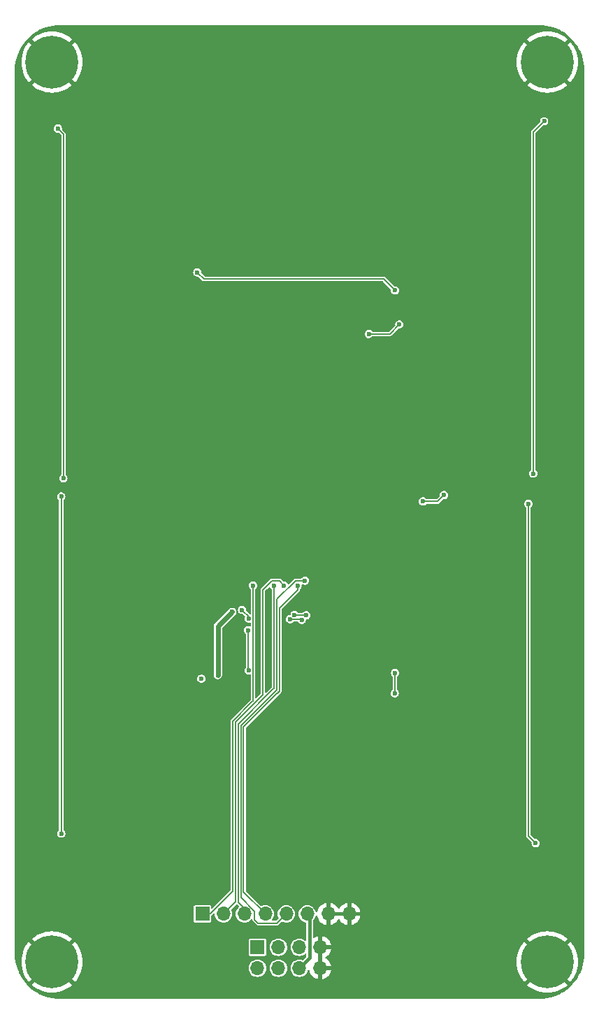
<source format=gbl>
G04 #@! TF.GenerationSoftware,KiCad,Pcbnew,8.0.6+dfsg-1*
G04 #@! TF.CreationDate,2024-11-21T19:14:49-08:00*
G04 #@! TF.ProjectId,digits,64696769-7473-42e6-9b69-6361645f7063,rev?*
G04 #@! TF.SameCoordinates,Original*
G04 #@! TF.FileFunction,Copper,L2,Bot*
G04 #@! TF.FilePolarity,Positive*
%FSLAX46Y46*%
G04 Gerber Fmt 4.6, Leading zero omitted, Abs format (unit mm)*
G04 Created by KiCad (PCBNEW 8.0.6+dfsg-1) date 2024-11-21 19:14:49*
%MOMM*%
%LPD*%
G01*
G04 APERTURE LIST*
G04 #@! TA.AperFunction,ComponentPad*
%ADD10C,0.800000*%
G04 #@! TD*
G04 #@! TA.AperFunction,ComponentPad*
%ADD11C,6.400000*%
G04 #@! TD*
G04 #@! TA.AperFunction,ComponentPad*
%ADD12R,1.700000X1.700000*%
G04 #@! TD*
G04 #@! TA.AperFunction,ComponentPad*
%ADD13O,1.700000X1.700000*%
G04 #@! TD*
G04 #@! TA.AperFunction,ViaPad*
%ADD14C,0.600000*%
G04 #@! TD*
G04 #@! TA.AperFunction,Conductor*
%ADD15C,0.600000*%
G04 #@! TD*
G04 #@! TA.AperFunction,Conductor*
%ADD16C,0.400000*%
G04 #@! TD*
G04 #@! TA.AperFunction,Conductor*
%ADD17C,0.130000*%
G04 #@! TD*
G04 APERTURE END LIST*
D10*
G04 #@! TO.P,H1,1,1*
G04 #@! TO.N,GND*
X114600000Y-30000000D03*
X115302944Y-28302944D03*
X115302944Y-31697056D03*
X117000000Y-27600000D03*
D11*
X117000000Y-30000000D03*
D10*
X117000000Y-32400000D03*
X118697056Y-28302944D03*
X118697056Y-31697056D03*
X119400000Y-30000000D03*
G04 #@! TD*
G04 #@! TO.P,H3,1,1*
G04 #@! TO.N,GND*
X114600000Y-139000000D03*
X115302944Y-137302944D03*
X115302944Y-140697056D03*
X117000000Y-136600000D03*
D11*
X117000000Y-139000000D03*
D10*
X117000000Y-141400000D03*
X118697056Y-137302944D03*
X118697056Y-140697056D03*
X119400000Y-139000000D03*
G04 #@! TD*
G04 #@! TO.P,H2,1,1*
G04 #@! TO.N,GND*
X174600000Y-30000000D03*
X175302944Y-28302944D03*
X175302944Y-31697056D03*
X177000000Y-27600000D03*
D11*
X177000000Y-30000000D03*
D10*
X177000000Y-32400000D03*
X178697056Y-28302944D03*
X178697056Y-31697056D03*
X179400000Y-30000000D03*
G04 #@! TD*
G04 #@! TO.P,H4,1,1*
G04 #@! TO.N,GND*
X174600000Y-139000000D03*
X175302944Y-137302944D03*
X175302944Y-140697056D03*
X177000000Y-136600000D03*
D11*
X177000000Y-139000000D03*
D10*
X177000000Y-141400000D03*
X178697056Y-137302944D03*
X178697056Y-140697056D03*
X179400000Y-139000000D03*
G04 #@! TD*
D12*
G04 #@! TO.P,J1,1,Pin_1*
G04 #@! TO.N,/DS*
X135230000Y-133180000D03*
D13*
G04 #@! TO.P,J1,2,Pin_2*
G04 #@! TO.N,/SH_CP*
X137770000Y-133180000D03*
G04 #@! TO.P,J1,3,Pin_3*
G04 #@! TO.N,/ST_CP*
X140310000Y-133180000D03*
G04 #@! TO.P,J1,4,Pin_4*
G04 #@! TO.N,/MR*
X142850000Y-133180000D03*
G04 #@! TO.P,J1,5,Pin_5*
G04 #@! TO.N,/SOUT*
X145390000Y-133180000D03*
G04 #@! TO.P,J1,6,Pin_6*
G04 #@! TO.N,+5V*
X147930000Y-133180000D03*
G04 #@! TO.P,J1,7,Pin_7*
G04 #@! TO.N,GND*
X150470000Y-133180000D03*
G04 #@! TO.P,J1,8,Pin_8*
X153010000Y-133180000D03*
G04 #@! TD*
D12*
G04 #@! TO.P,J2,1,Pin_1*
G04 #@! TO.N,/DS*
X141890000Y-137220000D03*
D13*
G04 #@! TO.P,J2,2,Pin_2*
G04 #@! TO.N,/SH_CP*
X141890000Y-139760000D03*
G04 #@! TO.P,J2,3,Pin_3*
G04 #@! TO.N,/ST_CP*
X144430000Y-137220000D03*
G04 #@! TO.P,J2,4,Pin_4*
G04 #@! TO.N,/MR*
X144430000Y-139760000D03*
G04 #@! TO.P,J2,5,Pin_5*
G04 #@! TO.N,/SOUT*
X146970000Y-137220000D03*
G04 #@! TO.P,J2,6,Pin_6*
G04 #@! TO.N,+5V*
X146970000Y-139760000D03*
G04 #@! TO.P,J2,7,Pin_7*
G04 #@! TO.N,GND*
X149510000Y-137220000D03*
G04 #@! TO.P,J2,8,Pin_8*
X149510000Y-139760000D03*
G04 #@! TD*
D14*
G04 #@! TO.N,GND*
X143240000Y-117570000D03*
X119560000Y-102420000D03*
X150000000Y-78500000D03*
X138060000Y-74190000D03*
X143550000Y-40970000D03*
X171150000Y-104880000D03*
X171020000Y-50730000D03*
X147000000Y-74500000D03*
X122190000Y-81490000D03*
X171010000Y-59390000D03*
X146000000Y-60000000D03*
X175520000Y-114180000D03*
X143280000Y-79150000D03*
X176110000Y-102720000D03*
X119320000Y-111530000D03*
X123030000Y-45270000D03*
X123030000Y-42910000D03*
X160620000Y-52380000D03*
X152980000Y-40750000D03*
X122090000Y-97570000D03*
X158640000Y-121960000D03*
X123700000Y-129760000D03*
X147000000Y-66000000D03*
X122020000Y-65310000D03*
X171410000Y-68710000D03*
X163240000Y-79310000D03*
X155270000Y-44860000D03*
X150320000Y-117500000D03*
X176730000Y-59360000D03*
X140660000Y-78590000D03*
X122620000Y-108790000D03*
X155500000Y-74000000D03*
X122280000Y-56200000D03*
X160790000Y-79140000D03*
X160850000Y-121270000D03*
X147500000Y-79000000D03*
X170650000Y-53280000D03*
X158500000Y-78500000D03*
X134500000Y-45120000D03*
X122400000Y-99540000D03*
X175660000Y-111500000D03*
X151800000Y-109240000D03*
X169920000Y-130900000D03*
X121840000Y-87600000D03*
X141180000Y-117520000D03*
X158450000Y-60030000D03*
X170920000Y-62280000D03*
X170730000Y-71190000D03*
X144060000Y-109930000D03*
X119770000Y-59190000D03*
X160540000Y-84000000D03*
X146000000Y-53000000D03*
X148430000Y-117590000D03*
X117000000Y-68000000D03*
X146390000Y-44880000D03*
X122370000Y-90820000D03*
X143200000Y-105030000D03*
G04 #@! TO.N,+5V*
X138850000Y-96590000D03*
X137100000Y-104240000D03*
G04 #@! TO.N,/A*
X146389186Y-96959185D03*
X134610000Y-55470000D03*
X147801660Y-97003351D03*
X140845001Y-97410010D03*
X158560000Y-57660000D03*
X140030000Y-96360000D03*
G04 #@! TO.N,/B*
X161945000Y-83220000D03*
X176620000Y-37170000D03*
X175290000Y-79850000D03*
X164480000Y-82450000D03*
G04 #@! TO.N,/C*
X175600000Y-124620000D03*
X145858853Y-97489517D03*
X174710000Y-83510000D03*
X147255414Y-97549599D03*
G04 #@! TO.N,/D*
X140769234Y-98822809D03*
X158520000Y-106450000D03*
X158563520Y-104000000D03*
X135100000Y-104690000D03*
X140820000Y-103675000D03*
G04 #@! TO.N,/E*
X118130000Y-123450000D03*
X118120000Y-82620000D03*
G04 #@! TO.N,/F*
X117710000Y-38040000D03*
X118390000Y-80412500D03*
G04 #@! TO.N,/G*
X159090000Y-61770000D03*
X155380000Y-62930000D03*
G04 #@! TO.N,/MR*
X146740000Y-93420000D03*
G04 #@! TO.N,/SOUT*
X147660000Y-92810000D03*
G04 #@! TO.N,/ST_CP*
X143880000Y-93410000D03*
G04 #@! TO.N,/DS*
X141360000Y-93400000D03*
G04 #@! TO.N,/SH_CP*
X145110000Y-93400000D03*
G04 #@! TD*
D15*
G04 #@! TO.N,+5V*
X137100000Y-100000000D02*
X137100000Y-104240000D01*
X137100000Y-98340000D02*
X138850000Y-96590000D01*
X137100000Y-100000000D02*
X137100000Y-98340000D01*
D16*
X148220000Y-133470000D02*
X147930000Y-133180000D01*
X146970000Y-139760000D02*
X148220000Y-138510000D01*
X148220000Y-138510000D02*
X148220000Y-133470000D01*
D17*
G04 #@! TO.N,/A*
X135410000Y-56270000D02*
X157170000Y-56270000D01*
X140830000Y-97160000D02*
X140030000Y-96360000D01*
X147801660Y-97003351D02*
X147757494Y-96959185D01*
X140830000Y-97395009D02*
X140830000Y-97160000D01*
X147757494Y-96959185D02*
X146389186Y-96959185D01*
X157170000Y-56270000D02*
X158560000Y-57660000D01*
X140845001Y-97410010D02*
X140830000Y-97395009D01*
X134610000Y-55470000D02*
X135410000Y-56270000D01*
G04 #@! TO.N,/B*
X161945000Y-83220000D02*
X163710000Y-83220000D01*
X175290000Y-79850000D02*
X175290000Y-38500000D01*
X163710000Y-83220000D02*
X164480000Y-82450000D01*
X175290000Y-38500000D02*
X176620000Y-37170000D01*
G04 #@! TO.N,/C*
X174710000Y-83510000D02*
X174710000Y-123730000D01*
X147255414Y-97549599D02*
X147195332Y-97489517D01*
X147195332Y-97489517D02*
X145858853Y-97489517D01*
X174710000Y-123730000D02*
X175600000Y-124620000D01*
G04 #@! TO.N,/D*
X140769234Y-98822809D02*
X140769234Y-103624234D01*
X140769234Y-103624234D02*
X140820000Y-103675000D01*
X135115000Y-104705000D02*
X135100000Y-104690000D01*
X158520000Y-106450000D02*
X158520000Y-104043520D01*
X158520000Y-104043520D02*
X158563520Y-104000000D01*
G04 #@! TO.N,/E*
X118120000Y-82620000D02*
X118120000Y-123440000D01*
X118120000Y-123440000D02*
X118130000Y-123450000D01*
G04 #@! TO.N,/F*
X118390000Y-38720000D02*
X118390000Y-80412500D01*
X117710000Y-38040000D02*
X118390000Y-38720000D01*
G04 #@! TO.N,/G*
X155380000Y-62930000D02*
X157930000Y-62930000D01*
X157930000Y-62930000D02*
X159090000Y-61770000D01*
G04 #@! TO.N,/MR*
X144077860Y-106657860D02*
X144346689Y-106389032D01*
X140210000Y-130540000D02*
X140210000Y-110525721D01*
X144539999Y-106195722D02*
X144539999Y-102819999D01*
X144550000Y-96120000D02*
X146740000Y-93930000D01*
X142850000Y-133180000D02*
X140210000Y-130540000D01*
X144077860Y-106657860D02*
X144385721Y-106350000D01*
X144539999Y-102819999D02*
X144550000Y-102809998D01*
X144346689Y-106389032D02*
X144539999Y-106195722D01*
X140210000Y-110525721D02*
X144077860Y-106657860D01*
X144550000Y-102809998D02*
X144550000Y-96120000D01*
X146740000Y-93930000D02*
X146740000Y-93420000D01*
G04 #@! TO.N,/SOUT*
X145390000Y-133180000D02*
X144275000Y-134295000D01*
X144210000Y-95050000D02*
X144259031Y-95050000D01*
X141558425Y-132851575D02*
X139896849Y-131190000D01*
X139880000Y-110389031D02*
X144209999Y-106059032D01*
X139896849Y-131190000D02*
X139880000Y-131190000D01*
X139880000Y-131190000D02*
X139880000Y-110389031D01*
X144209999Y-105986691D02*
X144210000Y-105986690D01*
X144209999Y-104999999D02*
X144210000Y-98440000D01*
X141558425Y-133868425D02*
X141558425Y-132851575D01*
X144275000Y-134295000D02*
X141985000Y-134295000D01*
X144210000Y-105986690D02*
X144209999Y-104999999D01*
X144209999Y-106059032D02*
X144209999Y-105986691D01*
X144210000Y-98440000D02*
X144210000Y-95050000D01*
X146499031Y-92810000D02*
X147660000Y-92810000D01*
X144259031Y-95050000D02*
X146499031Y-92810000D01*
X141985000Y-134295000D02*
X141558425Y-133868425D01*
G04 #@! TO.N,/ST_CP*
X143880000Y-93410000D02*
X143880000Y-105850000D01*
X139550000Y-131790000D02*
X139550000Y-110180000D01*
X143880000Y-105850000D02*
X143750000Y-105980000D01*
X140310000Y-133180000D02*
X140310000Y-132550000D01*
X140310000Y-132550000D02*
X139550000Y-131790000D01*
X139550000Y-110180000D02*
X143750000Y-105980000D01*
X143750000Y-105980000D02*
X143810000Y-105920000D01*
G04 #@! TO.N,/DS*
X138890001Y-109833309D02*
X138890000Y-130470000D01*
X141360000Y-93400000D02*
X141360000Y-107363310D01*
X138890000Y-130470000D02*
X136180000Y-133180000D01*
X141206655Y-107516655D02*
X138890001Y-109833309D01*
X141360000Y-107363310D02*
X141206655Y-107516655D01*
X136180000Y-133180000D02*
X135230000Y-133180000D01*
G04 #@! TO.N,/SH_CP*
X142520000Y-105610000D02*
X142520000Y-93970969D01*
X144555000Y-92845000D02*
X145110000Y-93400000D01*
X142520000Y-106670000D02*
X139220000Y-109970000D01*
X142520000Y-105610000D02*
X142520000Y-106670000D01*
X139220000Y-131730000D02*
X137770000Y-133180000D01*
X142520000Y-93970969D02*
X143645969Y-92845000D01*
X139220000Y-109970000D02*
X139220000Y-131730000D01*
X143645969Y-92845000D02*
X144555000Y-92845000D01*
G04 #@! TD*
G04 #@! TA.AperFunction,Conductor*
G04 #@! TO.N,GND*
G36*
X149760000Y-139326988D02*
G01*
X149702993Y-139294075D01*
X149575826Y-139260000D01*
X149444174Y-139260000D01*
X149317007Y-139294075D01*
X149260000Y-139326988D01*
X149260000Y-137653012D01*
X149317007Y-137685925D01*
X149444174Y-137720000D01*
X149575826Y-137720000D01*
X149702993Y-137685925D01*
X149760000Y-137653012D01*
X149760000Y-139326988D01*
G37*
G04 #@! TD.AperFunction*
G04 #@! TA.AperFunction,Conductor*
G36*
X152544075Y-132987007D02*
G01*
X152510000Y-133114174D01*
X152510000Y-133245826D01*
X152544075Y-133372993D01*
X152576988Y-133430000D01*
X150903012Y-133430000D01*
X150935925Y-133372993D01*
X150970000Y-133245826D01*
X150970000Y-133114174D01*
X150935925Y-132987007D01*
X150903012Y-132930000D01*
X152576988Y-132930000D01*
X152544075Y-132987007D01*
G37*
G04 #@! TD.AperFunction*
G04 #@! TA.AperFunction,Conductor*
G36*
X143383612Y-93579572D02*
G01*
X143426877Y-93622837D01*
X143428720Y-93626655D01*
X143454623Y-93683373D01*
X143548872Y-93792143D01*
X143569022Y-93805092D01*
X143607754Y-93852458D01*
X143614500Y-93888377D01*
X143614500Y-105699018D01*
X143595593Y-105757209D01*
X143585504Y-105769022D01*
X142954504Y-106400022D01*
X142899987Y-106427799D01*
X142839555Y-106418228D01*
X142796290Y-106374963D01*
X142785500Y-106330018D01*
X142785500Y-94121950D01*
X142804407Y-94063759D01*
X142814496Y-94051947D01*
X143040960Y-93825483D01*
X143268663Y-93597778D01*
X143323180Y-93570001D01*
X143383612Y-93579572D01*
G37*
G04 #@! TD.AperFunction*
G04 #@! TA.AperFunction,Conductor*
G36*
X176002055Y-25500585D02*
G01*
X176450057Y-25519114D01*
X176458189Y-25519788D01*
X176901142Y-25575001D01*
X176909183Y-25576343D01*
X177346053Y-25667945D01*
X177353965Y-25669949D01*
X177676768Y-25766052D01*
X177781762Y-25797310D01*
X177789479Y-25799958D01*
X178205335Y-25962226D01*
X178212782Y-25965493D01*
X178579953Y-26144992D01*
X178613795Y-26161536D01*
X178620992Y-26165431D01*
X179004420Y-26393905D01*
X179011270Y-26398380D01*
X179374532Y-26657744D01*
X179380989Y-26662770D01*
X179721580Y-26951235D01*
X179727600Y-26956776D01*
X180043223Y-27272399D01*
X180048764Y-27278419D01*
X180337229Y-27619010D01*
X180342255Y-27625467D01*
X180601619Y-27988729D01*
X180606094Y-27995579D01*
X180834568Y-28379007D01*
X180838463Y-28386204D01*
X181034500Y-28787204D01*
X181037777Y-28794675D01*
X181200033Y-29210498D01*
X181202689Y-29218237D01*
X181330047Y-29646024D01*
X181332056Y-29653956D01*
X181423653Y-30090802D01*
X181425000Y-30098873D01*
X181480210Y-30541799D01*
X181480885Y-30549953D01*
X181499415Y-30997943D01*
X181499500Y-31002034D01*
X181499500Y-137997964D01*
X181499415Y-138002055D01*
X181480885Y-138450046D01*
X181480210Y-138458200D01*
X181425000Y-138901126D01*
X181423653Y-138909197D01*
X181332056Y-139346043D01*
X181330047Y-139353975D01*
X181202689Y-139781762D01*
X181200033Y-139789500D01*
X181037781Y-140205315D01*
X181034500Y-140212795D01*
X180838463Y-140613795D01*
X180834568Y-140620992D01*
X180606094Y-141004420D01*
X180601619Y-141011270D01*
X180342255Y-141374532D01*
X180337229Y-141380989D01*
X180048764Y-141721580D01*
X180043223Y-141727600D01*
X179727600Y-142043223D01*
X179721580Y-142048764D01*
X179380989Y-142337229D01*
X179374532Y-142342255D01*
X179011270Y-142601619D01*
X179004420Y-142606094D01*
X178620992Y-142834568D01*
X178613795Y-142838463D01*
X178212795Y-143034500D01*
X178205315Y-143037781D01*
X177789501Y-143200033D01*
X177781762Y-143202689D01*
X177353975Y-143330047D01*
X177346043Y-143332056D01*
X176909197Y-143423653D01*
X176901126Y-143425000D01*
X176458200Y-143480210D01*
X176450046Y-143480885D01*
X176002055Y-143499415D01*
X175997964Y-143499500D01*
X118002036Y-143499500D01*
X117997945Y-143499415D01*
X117549953Y-143480885D01*
X117541799Y-143480210D01*
X117098873Y-143425000D01*
X117090802Y-143423653D01*
X116653956Y-143332056D01*
X116646024Y-143330047D01*
X116218237Y-143202689D01*
X116210506Y-143200035D01*
X115794675Y-143037777D01*
X115787204Y-143034500D01*
X115386204Y-142838463D01*
X115379007Y-142834568D01*
X114995579Y-142606094D01*
X114988729Y-142601619D01*
X114625467Y-142342255D01*
X114619010Y-142337229D01*
X114278419Y-142048764D01*
X114272399Y-142043223D01*
X113956776Y-141727600D01*
X113951235Y-141721580D01*
X113662770Y-141380989D01*
X113657744Y-141374532D01*
X113398380Y-141011270D01*
X113393905Y-141004420D01*
X113165431Y-140620992D01*
X113161536Y-140613795D01*
X113030839Y-140346450D01*
X112965493Y-140212782D01*
X112962226Y-140205335D01*
X112799958Y-139789479D01*
X112797310Y-139781762D01*
X112716403Y-139510000D01*
X112669949Y-139353965D01*
X112667943Y-139346043D01*
X112657556Y-139296505D01*
X112595384Y-138999993D01*
X113294922Y-138999993D01*
X113294922Y-139000006D01*
X113315217Y-139387274D01*
X113315219Y-139387295D01*
X113375885Y-139770324D01*
X113375886Y-139770326D01*
X113476260Y-140144929D01*
X113476262Y-140144936D01*
X113615241Y-140506988D01*
X113791305Y-140852534D01*
X113791311Y-140852545D01*
X114002527Y-141177786D01*
X114211095Y-141435349D01*
X115705747Y-139940696D01*
X115779588Y-140042330D01*
X115957670Y-140220412D01*
X116059300Y-140294251D01*
X114564649Y-141788903D01*
X114822213Y-141997472D01*
X115147454Y-142208688D01*
X115147465Y-142208694D01*
X115493011Y-142384758D01*
X115855063Y-142523737D01*
X115855070Y-142523739D01*
X116229673Y-142624113D01*
X116229675Y-142624114D01*
X116612704Y-142684780D01*
X116612725Y-142684782D01*
X116999994Y-142705078D01*
X117000006Y-142705078D01*
X117387274Y-142684782D01*
X117387295Y-142684780D01*
X117770324Y-142624114D01*
X117770326Y-142624113D01*
X118144929Y-142523739D01*
X118144936Y-142523737D01*
X118506988Y-142384758D01*
X118852534Y-142208694D01*
X118852545Y-142208688D01*
X119177783Y-141997475D01*
X119177793Y-141997468D01*
X119435349Y-141788903D01*
X117940698Y-140294252D01*
X118042330Y-140220412D01*
X118220412Y-140042330D01*
X118294252Y-139940698D01*
X119788903Y-141435349D01*
X119997468Y-141177793D01*
X119997475Y-141177783D01*
X120208688Y-140852545D01*
X120208694Y-140852534D01*
X120384758Y-140506988D01*
X120523737Y-140144936D01*
X120523739Y-140144929D01*
X120624113Y-139770326D01*
X120624114Y-139770324D01*
X120625750Y-139759996D01*
X140834417Y-139759996D01*
X140834417Y-139760003D01*
X140854698Y-139965929D01*
X140854699Y-139965934D01*
X140914768Y-140163954D01*
X141012316Y-140346452D01*
X141143585Y-140506404D01*
X141143590Y-140506410D01*
X141143595Y-140506414D01*
X141303547Y-140637683D01*
X141303548Y-140637683D01*
X141303550Y-140637685D01*
X141486046Y-140735232D01*
X141623997Y-140777078D01*
X141684065Y-140795300D01*
X141684070Y-140795301D01*
X141889997Y-140815583D01*
X141890000Y-140815583D01*
X141890003Y-140815583D01*
X142095929Y-140795301D01*
X142095934Y-140795300D01*
X142293954Y-140735232D01*
X142476450Y-140637685D01*
X142636410Y-140506410D01*
X142767685Y-140346450D01*
X142865232Y-140163954D01*
X142925300Y-139965934D01*
X142925301Y-139965929D01*
X142945583Y-139760003D01*
X142945583Y-139759996D01*
X143374417Y-139759996D01*
X143374417Y-139760003D01*
X143394698Y-139965929D01*
X143394699Y-139965934D01*
X143454768Y-140163954D01*
X143552316Y-140346452D01*
X143683585Y-140506404D01*
X143683590Y-140506410D01*
X143683595Y-140506414D01*
X143843547Y-140637683D01*
X143843548Y-140637683D01*
X143843550Y-140637685D01*
X144026046Y-140735232D01*
X144163997Y-140777078D01*
X144224065Y-140795300D01*
X144224070Y-140795301D01*
X144429997Y-140815583D01*
X144430000Y-140815583D01*
X144430003Y-140815583D01*
X144635929Y-140795301D01*
X144635934Y-140795300D01*
X144833954Y-140735232D01*
X145016450Y-140637685D01*
X145176410Y-140506410D01*
X145307685Y-140346450D01*
X145405232Y-140163954D01*
X145465300Y-139965934D01*
X145465301Y-139965929D01*
X145485583Y-139760003D01*
X145485583Y-139759996D01*
X145465301Y-139554070D01*
X145465300Y-139554065D01*
X145414711Y-139387295D01*
X145405232Y-139356046D01*
X145307685Y-139173550D01*
X145176410Y-139013590D01*
X145159842Y-138999993D01*
X145016452Y-138882316D01*
X144833954Y-138784768D01*
X144635934Y-138724699D01*
X144635929Y-138724698D01*
X144430003Y-138704417D01*
X144429997Y-138704417D01*
X144224070Y-138724698D01*
X144224065Y-138724699D01*
X144026045Y-138784768D01*
X143843547Y-138882316D01*
X143683595Y-139013585D01*
X143683585Y-139013595D01*
X143552316Y-139173547D01*
X143454768Y-139356045D01*
X143394699Y-139554065D01*
X143394698Y-139554070D01*
X143374417Y-139759996D01*
X142945583Y-139759996D01*
X142925301Y-139554070D01*
X142925300Y-139554065D01*
X142874711Y-139387295D01*
X142865232Y-139356046D01*
X142767685Y-139173550D01*
X142636410Y-139013590D01*
X142619842Y-138999993D01*
X142476452Y-138882316D01*
X142293954Y-138784768D01*
X142095934Y-138724699D01*
X142095929Y-138724698D01*
X141890003Y-138704417D01*
X141889997Y-138704417D01*
X141684070Y-138724698D01*
X141684065Y-138724699D01*
X141486045Y-138784768D01*
X141303547Y-138882316D01*
X141143595Y-139013585D01*
X141143585Y-139013595D01*
X141012316Y-139173547D01*
X140914768Y-139356045D01*
X140854699Y-139554065D01*
X140854698Y-139554070D01*
X140834417Y-139759996D01*
X120625750Y-139759996D01*
X120684780Y-139387295D01*
X120684782Y-139387274D01*
X120705078Y-139000006D01*
X120705078Y-138999993D01*
X120684782Y-138612725D01*
X120684780Y-138612704D01*
X120624114Y-138229675D01*
X120624113Y-138229673D01*
X120523739Y-137855070D01*
X120523737Y-137855063D01*
X120384758Y-137493011D01*
X120208694Y-137147465D01*
X120208688Y-137147454D01*
X119997472Y-136822213D01*
X119788903Y-136564649D01*
X118294251Y-138059300D01*
X118220412Y-137957670D01*
X118042330Y-137779588D01*
X117940696Y-137705747D01*
X119296191Y-136350253D01*
X140839500Y-136350253D01*
X140839500Y-138089746D01*
X140839501Y-138089758D01*
X140851132Y-138148227D01*
X140851134Y-138148233D01*
X140895445Y-138214548D01*
X140895448Y-138214552D01*
X140961769Y-138258867D01*
X141006231Y-138267711D01*
X141020241Y-138270498D01*
X141020246Y-138270498D01*
X141020252Y-138270500D01*
X141020253Y-138270500D01*
X142759747Y-138270500D01*
X142759748Y-138270500D01*
X142818231Y-138258867D01*
X142884552Y-138214552D01*
X142928867Y-138148231D01*
X142940500Y-138089748D01*
X142940500Y-137219996D01*
X143374417Y-137219996D01*
X143374417Y-137220003D01*
X143394698Y-137425929D01*
X143394699Y-137425934D01*
X143454768Y-137623954D01*
X143552316Y-137806452D01*
X143676417Y-137957670D01*
X143683590Y-137966410D01*
X143683595Y-137966414D01*
X143843547Y-138097683D01*
X143843548Y-138097683D01*
X143843550Y-138097685D01*
X144026046Y-138195232D01*
X144139591Y-138229675D01*
X144224065Y-138255300D01*
X144224070Y-138255301D01*
X144429997Y-138275583D01*
X144430000Y-138275583D01*
X144430003Y-138275583D01*
X144635929Y-138255301D01*
X144635934Y-138255300D01*
X144675717Y-138243232D01*
X144833954Y-138195232D01*
X145016450Y-138097685D01*
X145176410Y-137966410D01*
X145307685Y-137806450D01*
X145405232Y-137623954D01*
X145465300Y-137425934D01*
X145465301Y-137425929D01*
X145485583Y-137220003D01*
X145485583Y-137219996D01*
X145914417Y-137219996D01*
X145914417Y-137220003D01*
X145934698Y-137425929D01*
X145934699Y-137425934D01*
X145994768Y-137623954D01*
X146092316Y-137806452D01*
X146216417Y-137957670D01*
X146223590Y-137966410D01*
X146223595Y-137966414D01*
X146383547Y-138097683D01*
X146383548Y-138097683D01*
X146383550Y-138097685D01*
X146566046Y-138195232D01*
X146679591Y-138229675D01*
X146764065Y-138255300D01*
X146764070Y-138255301D01*
X146969997Y-138275583D01*
X146970000Y-138275583D01*
X146970003Y-138275583D01*
X147175929Y-138255301D01*
X147175934Y-138255300D01*
X147215717Y-138243232D01*
X147373954Y-138195232D01*
X147556450Y-138097685D01*
X147657697Y-138014594D01*
X147714671Y-137992295D01*
X147773874Y-138007743D01*
X147812690Y-138055040D01*
X147819500Y-138091123D01*
X147819500Y-138303099D01*
X147800593Y-138361290D01*
X147790503Y-138373103D01*
X147419659Y-138743946D01*
X147365143Y-138771723D01*
X147320919Y-138768679D01*
X147175937Y-138724700D01*
X147175929Y-138724698D01*
X146970003Y-138704417D01*
X146969997Y-138704417D01*
X146764070Y-138724698D01*
X146764065Y-138724699D01*
X146566045Y-138784768D01*
X146383547Y-138882316D01*
X146223595Y-139013585D01*
X146223585Y-139013595D01*
X146092316Y-139173547D01*
X145994768Y-139356045D01*
X145934699Y-139554065D01*
X145934698Y-139554070D01*
X145914417Y-139759996D01*
X145914417Y-139760003D01*
X145934698Y-139965929D01*
X145934699Y-139965934D01*
X145994768Y-140163954D01*
X146092316Y-140346452D01*
X146223585Y-140506404D01*
X146223590Y-140506410D01*
X146223595Y-140506414D01*
X146383547Y-140637683D01*
X146383548Y-140637683D01*
X146383550Y-140637685D01*
X146566046Y-140735232D01*
X146703997Y-140777078D01*
X146764065Y-140795300D01*
X146764070Y-140795301D01*
X146969997Y-140815583D01*
X146970000Y-140815583D01*
X146970003Y-140815583D01*
X147175929Y-140795301D01*
X147175934Y-140795300D01*
X147373954Y-140735232D01*
X147556450Y-140637685D01*
X147716410Y-140506410D01*
X147847685Y-140346450D01*
X147945232Y-140163954D01*
X147990819Y-140013670D01*
X148025804Y-139963474D01*
X148083612Y-139943428D01*
X148142163Y-139961189D01*
X148179092Y-140009973D01*
X148181183Y-140016786D01*
X148236569Y-140223489D01*
X148336399Y-140437577D01*
X148471886Y-140631073D01*
X148638926Y-140798113D01*
X148832422Y-140933600D01*
X149046509Y-141033430D01*
X149260000Y-141090634D01*
X149260000Y-140193012D01*
X149317007Y-140225925D01*
X149444174Y-140260000D01*
X149575826Y-140260000D01*
X149702993Y-140225925D01*
X149760000Y-140193012D01*
X149760000Y-141090633D01*
X149973490Y-141033430D01*
X150187577Y-140933600D01*
X150381073Y-140798113D01*
X150548113Y-140631073D01*
X150683600Y-140437577D01*
X150783430Y-140223489D01*
X150840636Y-140010000D01*
X149943012Y-140010000D01*
X149975925Y-139952993D01*
X150010000Y-139825826D01*
X150010000Y-139694174D01*
X149975925Y-139567007D01*
X149943012Y-139510000D01*
X150840636Y-139510000D01*
X150783429Y-139296505D01*
X150683605Y-139082432D01*
X150683601Y-139082424D01*
X150625883Y-138999993D01*
X173294922Y-138999993D01*
X173294922Y-139000006D01*
X173315217Y-139387274D01*
X173315219Y-139387295D01*
X173375885Y-139770324D01*
X173375886Y-139770326D01*
X173476260Y-140144929D01*
X173476262Y-140144936D01*
X173615241Y-140506988D01*
X173791305Y-140852534D01*
X173791311Y-140852545D01*
X174002527Y-141177786D01*
X174211095Y-141435349D01*
X175705747Y-139940696D01*
X175779588Y-140042330D01*
X175957670Y-140220412D01*
X176059300Y-140294251D01*
X174564649Y-141788903D01*
X174822213Y-141997472D01*
X175147454Y-142208688D01*
X175147465Y-142208694D01*
X175493011Y-142384758D01*
X175855063Y-142523737D01*
X175855070Y-142523739D01*
X176229673Y-142624113D01*
X176229675Y-142624114D01*
X176612704Y-142684780D01*
X176612725Y-142684782D01*
X176999994Y-142705078D01*
X177000006Y-142705078D01*
X177387274Y-142684782D01*
X177387295Y-142684780D01*
X177770324Y-142624114D01*
X177770326Y-142624113D01*
X178144929Y-142523739D01*
X178144936Y-142523737D01*
X178506988Y-142384758D01*
X178852534Y-142208694D01*
X178852545Y-142208688D01*
X179177783Y-141997475D01*
X179177793Y-141997468D01*
X179435349Y-141788903D01*
X177940698Y-140294252D01*
X178042330Y-140220412D01*
X178220412Y-140042330D01*
X178294252Y-139940698D01*
X179788903Y-141435349D01*
X179997468Y-141177793D01*
X179997475Y-141177783D01*
X180208688Y-140852545D01*
X180208694Y-140852534D01*
X180384758Y-140506988D01*
X180523737Y-140144936D01*
X180523739Y-140144929D01*
X180624113Y-139770326D01*
X180624114Y-139770324D01*
X180684780Y-139387295D01*
X180684782Y-139387274D01*
X180705078Y-139000006D01*
X180705078Y-138999993D01*
X180684782Y-138612725D01*
X180684780Y-138612704D01*
X180624114Y-138229675D01*
X180624113Y-138229673D01*
X180523739Y-137855070D01*
X180523737Y-137855063D01*
X180384758Y-137493011D01*
X180208694Y-137147465D01*
X180208688Y-137147454D01*
X179997472Y-136822213D01*
X179788903Y-136564649D01*
X178294251Y-138059300D01*
X178220412Y-137957670D01*
X178042330Y-137779588D01*
X177940696Y-137705747D01*
X179435349Y-136211095D01*
X179177786Y-136002527D01*
X178852545Y-135791311D01*
X178852534Y-135791305D01*
X178506988Y-135615241D01*
X178144936Y-135476262D01*
X178144929Y-135476260D01*
X177770326Y-135375886D01*
X177770324Y-135375885D01*
X177387295Y-135315219D01*
X177387274Y-135315217D01*
X177000006Y-135294922D01*
X176999994Y-135294922D01*
X176612725Y-135315217D01*
X176612704Y-135315219D01*
X176229675Y-135375885D01*
X176229673Y-135375886D01*
X175855070Y-135476260D01*
X175855063Y-135476262D01*
X175493011Y-135615241D01*
X175147465Y-135791305D01*
X175147454Y-135791311D01*
X174822208Y-136002530D01*
X174564649Y-136211095D01*
X176059301Y-137705747D01*
X175957670Y-137779588D01*
X175779588Y-137957670D01*
X175705747Y-138059301D01*
X174211095Y-136564649D01*
X174002530Y-136822208D01*
X173791311Y-137147454D01*
X173791305Y-137147465D01*
X173615241Y-137493011D01*
X173476262Y-137855063D01*
X173476260Y-137855070D01*
X173375886Y-138229673D01*
X173375885Y-138229675D01*
X173315219Y-138612704D01*
X173315217Y-138612725D01*
X173294922Y-138999993D01*
X150625883Y-138999993D01*
X150548113Y-138888926D01*
X150381073Y-138721886D01*
X150187576Y-138586398D01*
X150187574Y-138586397D01*
X150173265Y-138579725D01*
X150128516Y-138537997D01*
X150116841Y-138477936D01*
X150142698Y-138422483D01*
X150173265Y-138400275D01*
X150187574Y-138393602D01*
X150187576Y-138393601D01*
X150381073Y-138258113D01*
X150548113Y-138091073D01*
X150683600Y-137897577D01*
X150783430Y-137683489D01*
X150840636Y-137470000D01*
X149943012Y-137470000D01*
X149975925Y-137412993D01*
X150010000Y-137285826D01*
X150010000Y-137154174D01*
X149975925Y-137027007D01*
X149943012Y-136970000D01*
X150840636Y-136970000D01*
X150783429Y-136756505D01*
X150683605Y-136542432D01*
X150683601Y-136542424D01*
X150548113Y-136348926D01*
X150381073Y-136181886D01*
X150187577Y-136046399D01*
X149973489Y-135946569D01*
X149760000Y-135889364D01*
X149760000Y-136786988D01*
X149702993Y-136754075D01*
X149575826Y-136720000D01*
X149444174Y-136720000D01*
X149317007Y-136754075D01*
X149260000Y-136786988D01*
X149260000Y-135889364D01*
X149046505Y-135946570D01*
X148832432Y-136046394D01*
X148832418Y-136046402D01*
X148776283Y-136085708D01*
X148717771Y-136103597D01*
X148659920Y-136083676D01*
X148624826Y-136033556D01*
X148620500Y-136004612D01*
X148620500Y-134019117D01*
X148639407Y-133960926D01*
X148656694Y-133942590D01*
X148676410Y-133926410D01*
X148676411Y-133926408D01*
X148676413Y-133926407D01*
X148724596Y-133867695D01*
X148807685Y-133766450D01*
X148905232Y-133583954D01*
X148950819Y-133433670D01*
X148985804Y-133383474D01*
X149043612Y-133363428D01*
X149102163Y-133381189D01*
X149139092Y-133429973D01*
X149141183Y-133436786D01*
X149196569Y-133643489D01*
X149296399Y-133857577D01*
X149431886Y-134051073D01*
X149598926Y-134218113D01*
X149792422Y-134353600D01*
X150006509Y-134453430D01*
X150220000Y-134510634D01*
X150220000Y-133613012D01*
X150277007Y-133645925D01*
X150404174Y-133680000D01*
X150535826Y-133680000D01*
X150662993Y-133645925D01*
X150720000Y-133613012D01*
X150720000Y-134510633D01*
X150933490Y-134453430D01*
X151147577Y-134353600D01*
X151341073Y-134218113D01*
X151508113Y-134051073D01*
X151643601Y-133857576D01*
X151643602Y-133857574D01*
X151650275Y-133843265D01*
X151692003Y-133798516D01*
X151752064Y-133786841D01*
X151807517Y-133812698D01*
X151829725Y-133843265D01*
X151836397Y-133857574D01*
X151836398Y-133857576D01*
X151971886Y-134051073D01*
X152138926Y-134218113D01*
X152332422Y-134353600D01*
X152546509Y-134453430D01*
X152760000Y-134510634D01*
X152760000Y-133613012D01*
X152817007Y-133645925D01*
X152944174Y-133680000D01*
X153075826Y-133680000D01*
X153202993Y-133645925D01*
X153260000Y-133613012D01*
X153260000Y-134510633D01*
X153473490Y-134453430D01*
X153687577Y-134353600D01*
X153881073Y-134218113D01*
X154048113Y-134051073D01*
X154183600Y-133857577D01*
X154283430Y-133643489D01*
X154340636Y-133430000D01*
X153443012Y-133430000D01*
X153475925Y-133372993D01*
X153510000Y-133245826D01*
X153510000Y-133114174D01*
X153475925Y-132987007D01*
X153443012Y-132930000D01*
X154340636Y-132930000D01*
X154283429Y-132716505D01*
X154183605Y-132502432D01*
X154183601Y-132502424D01*
X154048113Y-132308926D01*
X153881073Y-132141886D01*
X153687577Y-132006399D01*
X153473489Y-131906569D01*
X153260000Y-131849364D01*
X153260000Y-132746988D01*
X153202993Y-132714075D01*
X153075826Y-132680000D01*
X152944174Y-132680000D01*
X152817007Y-132714075D01*
X152760000Y-132746988D01*
X152760000Y-131849364D01*
X152546505Y-131906570D01*
X152332432Y-132006394D01*
X152332424Y-132006398D01*
X152138926Y-132141886D01*
X151971886Y-132308926D01*
X151836398Y-132502424D01*
X151836396Y-132502428D01*
X151829724Y-132516737D01*
X151787995Y-132561485D01*
X151727934Y-132573159D01*
X151672481Y-132547300D01*
X151650276Y-132516737D01*
X151643603Y-132502428D01*
X151643601Y-132502424D01*
X151508113Y-132308926D01*
X151341073Y-132141886D01*
X151147577Y-132006399D01*
X150933489Y-131906569D01*
X150720000Y-131849364D01*
X150720000Y-132746988D01*
X150662993Y-132714075D01*
X150535826Y-132680000D01*
X150404174Y-132680000D01*
X150277007Y-132714075D01*
X150220000Y-132746988D01*
X150220000Y-131849364D01*
X150006505Y-131906570D01*
X149792432Y-132006394D01*
X149792424Y-132006398D01*
X149598926Y-132141886D01*
X149431886Y-132308926D01*
X149296398Y-132502424D01*
X149296394Y-132502432D01*
X149196570Y-132716505D01*
X149141183Y-132923213D01*
X149107859Y-132974527D01*
X149050737Y-132996454D01*
X148991637Y-132980618D01*
X148953132Y-132933068D01*
X148950819Y-132926328D01*
X148906401Y-132779901D01*
X148905232Y-132776046D01*
X148807685Y-132593550D01*
X148676410Y-132433590D01*
X148676404Y-132433585D01*
X148516452Y-132302316D01*
X148333954Y-132204768D01*
X148135934Y-132144699D01*
X148135929Y-132144698D01*
X147930003Y-132124417D01*
X147929997Y-132124417D01*
X147724070Y-132144698D01*
X147724065Y-132144699D01*
X147526045Y-132204768D01*
X147343547Y-132302316D01*
X147183595Y-132433585D01*
X147183585Y-132433595D01*
X147052316Y-132593547D01*
X146954768Y-132776045D01*
X146894699Y-132974065D01*
X146894698Y-132974070D01*
X146874417Y-133179996D01*
X146874417Y-133180003D01*
X146894698Y-133385929D01*
X146894699Y-133385934D01*
X146954768Y-133583954D01*
X147052316Y-133766452D01*
X147130341Y-133861526D01*
X147183590Y-133926410D01*
X147183595Y-133926414D01*
X147343547Y-134057683D01*
X147343548Y-134057683D01*
X147343550Y-134057685D01*
X147526046Y-134155232D01*
X147724066Y-134215300D01*
X147725439Y-134215435D01*
X147730202Y-134215905D01*
X147786260Y-134240424D01*
X147817200Y-134293210D01*
X147819500Y-134314428D01*
X147819500Y-136348876D01*
X147800593Y-136407067D01*
X147751093Y-136443031D01*
X147689907Y-136443031D01*
X147657695Y-136425404D01*
X147630627Y-136403190D01*
X147556452Y-136342316D01*
X147373954Y-136244768D01*
X147175934Y-136184699D01*
X147175929Y-136184698D01*
X146970003Y-136164417D01*
X146969997Y-136164417D01*
X146764070Y-136184698D01*
X146764065Y-136184699D01*
X146566045Y-136244768D01*
X146383547Y-136342316D01*
X146223595Y-136473585D01*
X146223585Y-136473595D01*
X146092316Y-136633547D01*
X145994768Y-136816045D01*
X145934699Y-137014065D01*
X145934698Y-137014070D01*
X145914417Y-137219996D01*
X145485583Y-137219996D01*
X145465301Y-137014070D01*
X145465300Y-137014065D01*
X145434640Y-136912993D01*
X145405232Y-136816046D01*
X145307685Y-136633550D01*
X145176410Y-136473590D01*
X145026123Y-136350253D01*
X145016452Y-136342316D01*
X144833954Y-136244768D01*
X144635934Y-136184699D01*
X144635929Y-136184698D01*
X144430003Y-136164417D01*
X144429997Y-136164417D01*
X144224070Y-136184698D01*
X144224065Y-136184699D01*
X144026045Y-136244768D01*
X143843547Y-136342316D01*
X143683595Y-136473585D01*
X143683585Y-136473595D01*
X143552316Y-136633547D01*
X143454768Y-136816045D01*
X143394699Y-137014065D01*
X143394698Y-137014070D01*
X143374417Y-137219996D01*
X142940500Y-137219996D01*
X142940500Y-136350252D01*
X142938921Y-136342316D01*
X142937711Y-136336231D01*
X142928867Y-136291769D01*
X142884552Y-136225448D01*
X142863072Y-136211095D01*
X142818233Y-136181134D01*
X142818231Y-136181133D01*
X142818228Y-136181132D01*
X142818227Y-136181132D01*
X142759758Y-136169501D01*
X142759748Y-136169500D01*
X141020252Y-136169500D01*
X141020251Y-136169500D01*
X141020241Y-136169501D01*
X140961772Y-136181132D01*
X140961766Y-136181134D01*
X140895451Y-136225445D01*
X140895445Y-136225451D01*
X140851134Y-136291766D01*
X140851132Y-136291772D01*
X140839501Y-136350241D01*
X140839500Y-136350253D01*
X119296191Y-136350253D01*
X119435349Y-136211095D01*
X119177786Y-136002527D01*
X118852545Y-135791311D01*
X118852534Y-135791305D01*
X118506988Y-135615241D01*
X118144936Y-135476262D01*
X118144929Y-135476260D01*
X117770326Y-135375886D01*
X117770324Y-135375885D01*
X117387295Y-135315219D01*
X117387274Y-135315217D01*
X117000006Y-135294922D01*
X116999994Y-135294922D01*
X116612725Y-135315217D01*
X116612704Y-135315219D01*
X116229675Y-135375885D01*
X116229673Y-135375886D01*
X115855070Y-135476260D01*
X115855063Y-135476262D01*
X115493011Y-135615241D01*
X115147465Y-135791305D01*
X115147454Y-135791311D01*
X114822208Y-136002530D01*
X114564649Y-136211095D01*
X116059301Y-137705747D01*
X115957670Y-137779588D01*
X115779588Y-137957670D01*
X115705747Y-138059301D01*
X114211095Y-136564649D01*
X114002530Y-136822208D01*
X113791311Y-137147454D01*
X113791305Y-137147465D01*
X113615241Y-137493011D01*
X113476262Y-137855063D01*
X113476260Y-137855070D01*
X113375886Y-138229673D01*
X113375885Y-138229675D01*
X113315219Y-138612704D01*
X113315217Y-138612725D01*
X113294922Y-138999993D01*
X112595384Y-138999993D01*
X112576343Y-138909183D01*
X112575001Y-138901142D01*
X112519788Y-138458189D01*
X112519114Y-138450046D01*
X112517055Y-138400275D01*
X112500585Y-138002055D01*
X112500500Y-137997964D01*
X112500500Y-132310253D01*
X134179500Y-132310253D01*
X134179500Y-134049746D01*
X134179501Y-134049758D01*
X134191132Y-134108227D01*
X134191134Y-134108233D01*
X134235445Y-134174548D01*
X134235448Y-134174552D01*
X134301769Y-134218867D01*
X134346231Y-134227711D01*
X134360241Y-134230498D01*
X134360246Y-134230498D01*
X134360252Y-134230500D01*
X134360253Y-134230500D01*
X136099747Y-134230500D01*
X136099748Y-134230500D01*
X136158231Y-134218867D01*
X136224552Y-134174552D01*
X136268867Y-134108231D01*
X136280500Y-134049748D01*
X136280500Y-133491334D01*
X136299407Y-133433143D01*
X136324501Y-133409017D01*
X136330388Y-133405082D01*
X136330394Y-133405080D01*
X136552155Y-133183317D01*
X136606672Y-133155540D01*
X136667104Y-133165111D01*
X136710369Y-133208376D01*
X136720682Y-133243617D01*
X136734698Y-133385928D01*
X136734699Y-133385934D01*
X136794768Y-133583954D01*
X136892316Y-133766452D01*
X136970341Y-133861526D01*
X137023590Y-133926410D01*
X137023595Y-133926414D01*
X137183547Y-134057683D01*
X137183548Y-134057683D01*
X137183550Y-134057685D01*
X137366046Y-134155232D01*
X137503997Y-134197078D01*
X137564065Y-134215300D01*
X137564070Y-134215301D01*
X137769997Y-134235583D01*
X137770000Y-134235583D01*
X137770003Y-134235583D01*
X137975929Y-134215301D01*
X137975934Y-134215300D01*
X138173954Y-134155232D01*
X138356450Y-134057685D01*
X138516410Y-133926410D01*
X138647685Y-133766450D01*
X138745232Y-133583954D01*
X138805300Y-133385934D01*
X138805301Y-133385929D01*
X138825583Y-133180003D01*
X138825583Y-133179996D01*
X138805301Y-132974070D01*
X138805300Y-132974065D01*
X138746401Y-132779901D01*
X138745232Y-132776046D01*
X138711638Y-132713198D01*
X138700882Y-132652968D01*
X138727584Y-132597916D01*
X138728892Y-132596580D01*
X139284998Y-132040475D01*
X139339512Y-132012700D01*
X139399944Y-132022271D01*
X139425003Y-132040477D01*
X139626150Y-132241624D01*
X139653927Y-132296141D01*
X139644356Y-132356573D01*
X139618951Y-132388156D01*
X139563594Y-132433586D01*
X139563585Y-132433595D01*
X139432316Y-132593547D01*
X139334768Y-132776045D01*
X139274699Y-132974065D01*
X139274698Y-132974070D01*
X139254417Y-133179996D01*
X139254417Y-133180003D01*
X139274698Y-133385929D01*
X139274699Y-133385934D01*
X139334768Y-133583954D01*
X139432316Y-133766452D01*
X139510341Y-133861526D01*
X139563590Y-133926410D01*
X139563595Y-133926414D01*
X139723547Y-134057683D01*
X139723548Y-134057683D01*
X139723550Y-134057685D01*
X139906046Y-134155232D01*
X140043997Y-134197078D01*
X140104065Y-134215300D01*
X140104070Y-134215301D01*
X140309997Y-134235583D01*
X140310000Y-134235583D01*
X140310003Y-134235583D01*
X140515929Y-134215301D01*
X140515934Y-134215300D01*
X140713954Y-134155232D01*
X140896450Y-134057685D01*
X141056410Y-133926410D01*
X141109659Y-133861526D01*
X141117397Y-133852097D01*
X141168928Y-133819109D01*
X141230007Y-133822710D01*
X141277304Y-133861526D01*
X141292925Y-133914901D01*
X141292925Y-133921237D01*
X141301769Y-133942588D01*
X141333343Y-134018816D01*
X141333344Y-134018817D01*
X141333345Y-134018819D01*
X141834606Y-134520080D01*
X141875026Y-134536822D01*
X141932189Y-134560500D01*
X141932190Y-134560500D01*
X144327812Y-134560500D01*
X144425394Y-134520080D01*
X144806528Y-134138944D01*
X144861043Y-134111168D01*
X144921475Y-134120739D01*
X144923199Y-134121639D01*
X144986046Y-134155232D01*
X145123997Y-134197078D01*
X145184065Y-134215300D01*
X145184070Y-134215301D01*
X145389997Y-134235583D01*
X145390000Y-134235583D01*
X145390003Y-134235583D01*
X145595929Y-134215301D01*
X145595934Y-134215300D01*
X145793954Y-134155232D01*
X145976450Y-134057685D01*
X146136410Y-133926410D01*
X146267685Y-133766450D01*
X146365232Y-133583954D01*
X146425300Y-133385934D01*
X146425301Y-133385929D01*
X146445583Y-133180003D01*
X146445583Y-133179996D01*
X146425301Y-132974070D01*
X146425300Y-132974065D01*
X146366401Y-132779901D01*
X146365232Y-132776046D01*
X146267685Y-132593550D01*
X146136410Y-132433590D01*
X146136404Y-132433585D01*
X145976452Y-132302316D01*
X145793954Y-132204768D01*
X145595934Y-132144699D01*
X145595929Y-132144698D01*
X145390003Y-132124417D01*
X145389997Y-132124417D01*
X145184070Y-132144698D01*
X145184065Y-132144699D01*
X144986045Y-132204768D01*
X144803547Y-132302316D01*
X144643595Y-132433585D01*
X144643585Y-132433595D01*
X144512316Y-132593547D01*
X144414768Y-132776045D01*
X144354699Y-132974065D01*
X144354698Y-132974070D01*
X144334417Y-133179996D01*
X144334417Y-133180003D01*
X144354698Y-133385929D01*
X144354699Y-133385934D01*
X144414768Y-133583954D01*
X144414770Y-133583959D01*
X144448359Y-133646800D01*
X144459115Y-133707033D01*
X144432413Y-133762084D01*
X144431053Y-133763471D01*
X144194023Y-134000503D01*
X144139506Y-134028281D01*
X144124019Y-134029500D01*
X143721124Y-134029500D01*
X143662933Y-134010593D01*
X143626969Y-133961093D01*
X143626969Y-133899907D01*
X143644596Y-133867695D01*
X143664645Y-133843265D01*
X143727685Y-133766450D01*
X143825232Y-133583954D01*
X143885300Y-133385934D01*
X143885301Y-133385929D01*
X143905583Y-133180003D01*
X143905583Y-133179996D01*
X143885301Y-132974070D01*
X143885300Y-132974065D01*
X143826401Y-132779901D01*
X143825232Y-132776046D01*
X143727685Y-132593550D01*
X143596410Y-132433590D01*
X143596404Y-132433585D01*
X143436452Y-132302316D01*
X143253954Y-132204768D01*
X143055934Y-132144699D01*
X143055929Y-132144698D01*
X142850003Y-132124417D01*
X142849997Y-132124417D01*
X142644070Y-132144698D01*
X142644065Y-132144699D01*
X142446045Y-132204768D01*
X142446044Y-132204768D01*
X142383198Y-132238360D01*
X142322966Y-132249115D01*
X142267915Y-132222413D01*
X142266527Y-132221053D01*
X140504496Y-130459022D01*
X140476719Y-130404505D01*
X140475500Y-130389018D01*
X140475500Y-110676701D01*
X140494407Y-110618510D01*
X140504490Y-110606703D01*
X144302940Y-106808254D01*
X144302940Y-106808253D01*
X144316864Y-106794329D01*
X144316864Y-106794327D01*
X144456662Y-106654532D01*
X144571769Y-106539426D01*
X144661198Y-106449997D01*
X158014353Y-106449997D01*
X158014353Y-106450002D01*
X158034834Y-106592456D01*
X158063184Y-106654532D01*
X158094623Y-106723373D01*
X158168172Y-106808254D01*
X158188873Y-106832144D01*
X158309942Y-106909950D01*
X158309947Y-106909953D01*
X158416403Y-106941211D01*
X158448035Y-106950499D01*
X158448036Y-106950499D01*
X158448039Y-106950500D01*
X158448041Y-106950500D01*
X158591959Y-106950500D01*
X158591961Y-106950500D01*
X158730053Y-106909953D01*
X158851128Y-106832143D01*
X158945377Y-106723373D01*
X159005165Y-106592457D01*
X159025647Y-106450000D01*
X159018461Y-106400022D01*
X159005165Y-106307543D01*
X158945377Y-106176628D01*
X158945377Y-106176627D01*
X158851128Y-106067857D01*
X158851127Y-106067856D01*
X158830976Y-106054906D01*
X158792245Y-106007539D01*
X158785500Y-105971622D01*
X158785500Y-104506345D01*
X158804407Y-104448154D01*
X158830974Y-104423063D01*
X158894648Y-104382143D01*
X158988897Y-104273373D01*
X159048685Y-104142457D01*
X159069167Y-104000000D01*
X159061744Y-103948373D01*
X159048685Y-103857543D01*
X158988897Y-103726628D01*
X158988897Y-103726627D01*
X158894648Y-103617857D01*
X158894647Y-103617856D01*
X158894646Y-103617855D01*
X158773577Y-103540049D01*
X158773574Y-103540047D01*
X158773573Y-103540047D01*
X158773570Y-103540046D01*
X158635484Y-103499500D01*
X158635481Y-103499500D01*
X158491559Y-103499500D01*
X158491555Y-103499500D01*
X158353469Y-103540046D01*
X158353462Y-103540049D01*
X158232393Y-103617855D01*
X158138142Y-103726628D01*
X158078354Y-103857543D01*
X158057873Y-103999997D01*
X158057873Y-104000002D01*
X158078354Y-104142456D01*
X158138143Y-104273373D01*
X158230319Y-104379751D01*
X158254137Y-104436110D01*
X158254500Y-104444582D01*
X158254500Y-105971622D01*
X158235593Y-106029813D01*
X158209024Y-106054906D01*
X158188872Y-106067856D01*
X158094622Y-106176628D01*
X158034834Y-106307543D01*
X158014353Y-106449997D01*
X144661198Y-106449997D01*
X144765079Y-106346116D01*
X144805499Y-106248533D01*
X144805499Y-106142910D01*
X144805499Y-102906645D01*
X144813034Y-102868761D01*
X144815500Y-102862809D01*
X144815500Y-102757186D01*
X144815500Y-97489514D01*
X145353206Y-97489514D01*
X145353206Y-97489519D01*
X145373687Y-97631973D01*
X145433475Y-97762888D01*
X145433476Y-97762890D01*
X145485537Y-97822972D01*
X145527726Y-97871661D01*
X145633286Y-97939500D01*
X145648800Y-97949470D01*
X145755256Y-97980728D01*
X145786888Y-97990016D01*
X145786889Y-97990016D01*
X145786892Y-97990017D01*
X145786894Y-97990017D01*
X145930812Y-97990017D01*
X145930814Y-97990017D01*
X146068906Y-97949470D01*
X146189981Y-97871660D01*
X146261445Y-97789185D01*
X146313840Y-97757590D01*
X146336264Y-97755017D01*
X146735380Y-97755017D01*
X146793571Y-97773924D01*
X146825433Y-97812890D01*
X146830037Y-97822972D01*
X146872226Y-97871661D01*
X146924287Y-97931743D01*
X147045356Y-98009549D01*
X147045361Y-98009552D01*
X147124163Y-98032690D01*
X147183449Y-98050098D01*
X147183450Y-98050098D01*
X147183453Y-98050099D01*
X147183455Y-98050099D01*
X147327373Y-98050099D01*
X147327375Y-98050099D01*
X147465467Y-98009552D01*
X147586542Y-97931742D01*
X147680791Y-97822972D01*
X147740579Y-97692056D01*
X147743029Y-97675012D01*
X147755431Y-97588762D01*
X147782427Y-97533854D01*
X147836541Y-97505301D01*
X147853423Y-97503851D01*
X147873619Y-97503851D01*
X147873621Y-97503851D01*
X148011713Y-97463304D01*
X148132788Y-97385494D01*
X148227037Y-97276724D01*
X148286825Y-97145808D01*
X148303538Y-97029564D01*
X148307307Y-97003353D01*
X148307307Y-97003348D01*
X148286825Y-96860894D01*
X148263590Y-96810018D01*
X148227037Y-96729978D01*
X148132788Y-96621208D01*
X148132787Y-96621207D01*
X148132786Y-96621206D01*
X148011717Y-96543400D01*
X148011714Y-96543398D01*
X148011713Y-96543398D01*
X148011710Y-96543397D01*
X147873624Y-96502851D01*
X147873621Y-96502851D01*
X147729699Y-96502851D01*
X147729695Y-96502851D01*
X147591609Y-96543397D01*
X147591602Y-96543400D01*
X147470532Y-96621207D01*
X147470530Y-96621209D01*
X147437337Y-96659516D01*
X147384941Y-96691112D01*
X147362518Y-96693685D01*
X146866597Y-96693685D01*
X146808406Y-96674778D01*
X146791779Y-96659518D01*
X146720314Y-96577042D01*
X146720313Y-96577041D01*
X146720312Y-96577040D01*
X146599243Y-96499234D01*
X146599240Y-96499232D01*
X146599239Y-96499232D01*
X146599236Y-96499231D01*
X146461150Y-96458685D01*
X146461147Y-96458685D01*
X146317225Y-96458685D01*
X146317221Y-96458685D01*
X146179135Y-96499231D01*
X146179128Y-96499234D01*
X146058059Y-96577040D01*
X145963808Y-96685813D01*
X145904019Y-96816729D01*
X145891458Y-96904105D01*
X145864463Y-96959013D01*
X145810349Y-96987567D01*
X145793466Y-96989017D01*
X145786888Y-96989017D01*
X145648802Y-97029563D01*
X145648795Y-97029566D01*
X145527726Y-97107372D01*
X145433475Y-97216145D01*
X145373687Y-97347060D01*
X145353206Y-97489514D01*
X144815500Y-97489514D01*
X144815500Y-96270981D01*
X144834407Y-96212790D01*
X144844490Y-96200983D01*
X146965080Y-94080394D01*
X147005500Y-93982811D01*
X147005500Y-93898377D01*
X147024407Y-93840186D01*
X147050976Y-93815093D01*
X147071128Y-93802143D01*
X147165377Y-93693373D01*
X147225165Y-93562457D01*
X147245647Y-93420000D01*
X147244209Y-93410000D01*
X147231929Y-93324587D01*
X147242362Y-93264298D01*
X147286240Y-93221656D01*
X147346803Y-93212948D01*
X147383441Y-93227212D01*
X147449947Y-93269953D01*
X147556403Y-93301211D01*
X147588035Y-93310499D01*
X147588036Y-93310499D01*
X147588039Y-93310500D01*
X147588041Y-93310500D01*
X147731959Y-93310500D01*
X147731961Y-93310500D01*
X147870053Y-93269953D01*
X147991128Y-93192143D01*
X148085377Y-93083373D01*
X148145165Y-92952457D01*
X148165647Y-92810000D01*
X148145165Y-92667543D01*
X148085377Y-92536627D01*
X147991128Y-92427857D01*
X147991127Y-92427856D01*
X147991126Y-92427855D01*
X147870057Y-92350049D01*
X147870054Y-92350047D01*
X147870053Y-92350047D01*
X147870050Y-92350046D01*
X147731964Y-92309500D01*
X147731961Y-92309500D01*
X147588039Y-92309500D01*
X147588035Y-92309500D01*
X147449949Y-92350046D01*
X147449942Y-92350049D01*
X147328873Y-92427855D01*
X147288533Y-92474410D01*
X147257407Y-92510331D01*
X147205013Y-92541927D01*
X147182589Y-92544500D01*
X146446219Y-92544500D01*
X146389057Y-92568176D01*
X146389057Y-92568177D01*
X146361722Y-92579500D01*
X146348635Y-92584921D01*
X145721335Y-93212220D01*
X145666819Y-93239997D01*
X145606387Y-93230426D01*
X145563122Y-93187161D01*
X145561279Y-93183343D01*
X145535377Y-93126628D01*
X145535377Y-93126627D01*
X145441128Y-93017857D01*
X145441127Y-93017856D01*
X145441126Y-93017855D01*
X145320057Y-92940049D01*
X145320054Y-92940047D01*
X145320053Y-92940047D01*
X145320050Y-92940046D01*
X145181964Y-92899500D01*
X145181961Y-92899500D01*
X145038039Y-92899500D01*
X145030959Y-92899500D01*
X145030959Y-92897435D01*
X144980393Y-92888676D01*
X144956604Y-92871129D01*
X144705393Y-92619918D01*
X144607812Y-92579500D01*
X144607811Y-92579500D01*
X143698781Y-92579500D01*
X143593158Y-92579500D01*
X143593157Y-92579500D01*
X143495577Y-92619918D01*
X142294919Y-93820576D01*
X142292888Y-93825483D01*
X142292884Y-93825492D01*
X142254500Y-93918158D01*
X142254500Y-106519018D01*
X142235593Y-106577209D01*
X142225504Y-106589022D01*
X141794504Y-107020022D01*
X141739987Y-107047799D01*
X141679555Y-107038228D01*
X141636290Y-106994963D01*
X141625500Y-106950018D01*
X141625500Y-93878377D01*
X141644407Y-93820186D01*
X141670976Y-93795093D01*
X141691128Y-93782143D01*
X141785377Y-93673373D01*
X141845165Y-93542457D01*
X141853890Y-93481771D01*
X141865647Y-93400002D01*
X141865647Y-93399997D01*
X141845165Y-93257543D01*
X141813022Y-93187161D01*
X141785377Y-93126627D01*
X141691128Y-93017857D01*
X141691127Y-93017856D01*
X141691126Y-93017855D01*
X141570057Y-92940049D01*
X141570054Y-92940047D01*
X141570053Y-92940047D01*
X141570050Y-92940046D01*
X141431964Y-92899500D01*
X141431961Y-92899500D01*
X141288039Y-92899500D01*
X141288035Y-92899500D01*
X141149949Y-92940046D01*
X141149942Y-92940049D01*
X141028873Y-93017855D01*
X140934622Y-93126628D01*
X140874834Y-93257543D01*
X140854353Y-93399997D01*
X140854353Y-93400002D01*
X140874834Y-93542456D01*
X140913287Y-93626655D01*
X140934623Y-93673373D01*
X141028872Y-93782143D01*
X141049022Y-93795092D01*
X141087754Y-93842458D01*
X141094500Y-93878377D01*
X141094500Y-96810018D01*
X141075593Y-96868209D01*
X141026093Y-96904173D01*
X140964907Y-96904173D01*
X140925496Y-96880022D01*
X140554324Y-96508850D01*
X140526547Y-96454333D01*
X140526336Y-96424756D01*
X140535647Y-96360001D01*
X140535647Y-96359997D01*
X140515165Y-96217543D01*
X140510742Y-96207858D01*
X140455377Y-96086627D01*
X140361128Y-95977857D01*
X140361127Y-95977856D01*
X140361126Y-95977855D01*
X140240057Y-95900049D01*
X140240054Y-95900047D01*
X140240053Y-95900047D01*
X140240050Y-95900046D01*
X140101964Y-95859500D01*
X140101961Y-95859500D01*
X139958039Y-95859500D01*
X139958035Y-95859500D01*
X139819949Y-95900046D01*
X139819942Y-95900049D01*
X139698873Y-95977855D01*
X139604622Y-96086628D01*
X139544834Y-96217543D01*
X139524353Y-96359997D01*
X139524353Y-96360003D01*
X139540059Y-96469244D01*
X139537111Y-96486274D01*
X139544490Y-96501281D01*
X139544836Y-96502461D01*
X139604396Y-96632876D01*
X139604623Y-96633373D01*
X139690479Y-96732457D01*
X139698873Y-96742144D01*
X139819942Y-96819950D01*
X139819947Y-96819953D01*
X139917017Y-96848455D01*
X139958035Y-96860499D01*
X139958036Y-96860499D01*
X139958039Y-96860500D01*
X139958041Y-96860500D01*
X140109042Y-96860500D01*
X140109042Y-96862569D01*
X140159581Y-96871309D01*
X140183396Y-96888870D01*
X140374636Y-97080110D01*
X140402413Y-97134627D01*
X140394686Y-97191239D01*
X140359835Y-97267553D01*
X140339354Y-97410007D01*
X140339354Y-97410012D01*
X140359835Y-97552466D01*
X140396146Y-97631974D01*
X140419624Y-97683383D01*
X140488515Y-97762888D01*
X140513874Y-97792154D01*
X140561825Y-97822970D01*
X140634948Y-97869963D01*
X140728340Y-97897385D01*
X140773036Y-97910509D01*
X140773037Y-97910509D01*
X140773040Y-97910510D01*
X140773042Y-97910510D01*
X140916960Y-97910510D01*
X140916962Y-97910510D01*
X140967608Y-97895639D01*
X141028768Y-97897385D01*
X141077221Y-97934747D01*
X141094500Y-97990628D01*
X141094500Y-98264437D01*
X141075593Y-98322628D01*
X141026093Y-98358592D01*
X140967609Y-98359427D01*
X140841198Y-98322309D01*
X140841195Y-98322309D01*
X140697273Y-98322309D01*
X140697269Y-98322309D01*
X140559183Y-98362855D01*
X140559176Y-98362858D01*
X140438107Y-98440664D01*
X140343856Y-98549437D01*
X140284068Y-98680352D01*
X140263587Y-98822806D01*
X140263587Y-98822811D01*
X140284068Y-98965265D01*
X140343856Y-99096180D01*
X140343857Y-99096182D01*
X140438106Y-99204952D01*
X140458256Y-99217901D01*
X140496988Y-99265267D01*
X140503734Y-99301186D01*
X140503734Y-103238780D01*
X140484827Y-103296971D01*
X140479554Y-103303611D01*
X140394622Y-103401628D01*
X140334834Y-103532543D01*
X140314353Y-103674997D01*
X140314353Y-103675002D01*
X140334834Y-103817456D01*
X140394622Y-103948371D01*
X140394623Y-103948373D01*
X140488872Y-104057143D01*
X140488873Y-104057144D01*
X140545499Y-104093535D01*
X140609947Y-104134953D01*
X140716403Y-104166211D01*
X140748035Y-104175499D01*
X140748036Y-104175499D01*
X140748039Y-104175500D01*
X140748041Y-104175500D01*
X140891959Y-104175500D01*
X140891961Y-104175500D01*
X140967612Y-104153287D01*
X141028768Y-104155034D01*
X141077221Y-104192396D01*
X141094500Y-104248277D01*
X141094500Y-107212328D01*
X141075593Y-107270519D01*
X141065504Y-107282332D01*
X138664919Y-109682917D01*
X138655982Y-109704497D01*
X138655981Y-109704500D01*
X138624500Y-109780498D01*
X138624500Y-130319017D01*
X138605593Y-130377208D01*
X138595504Y-130389021D01*
X136449504Y-132535021D01*
X136394987Y-132562798D01*
X136334555Y-132553227D01*
X136291290Y-132509962D01*
X136280500Y-132465017D01*
X136280500Y-132310253D01*
X136280498Y-132310241D01*
X136277693Y-132296141D01*
X136268867Y-132251769D01*
X136224552Y-132185448D01*
X136224548Y-132185445D01*
X136158233Y-132141134D01*
X136158231Y-132141133D01*
X136158228Y-132141132D01*
X136158227Y-132141132D01*
X136099758Y-132129501D01*
X136099748Y-132129500D01*
X134360252Y-132129500D01*
X134360251Y-132129500D01*
X134360241Y-132129501D01*
X134301772Y-132141132D01*
X134301766Y-132141134D01*
X134235451Y-132185445D01*
X134235445Y-132185451D01*
X134191134Y-132251766D01*
X134191132Y-132251772D01*
X134179501Y-132310241D01*
X134179500Y-132310253D01*
X112500500Y-132310253D01*
X112500500Y-82619997D01*
X117614353Y-82619997D01*
X117614353Y-82620002D01*
X117634834Y-82762456D01*
X117666660Y-82832143D01*
X117694623Y-82893373D01*
X117788872Y-83002143D01*
X117809022Y-83015092D01*
X117847754Y-83062458D01*
X117854500Y-83098377D01*
X117854500Y-122978049D01*
X117835593Y-123036240D01*
X117809024Y-123061333D01*
X117798872Y-123067857D01*
X117704622Y-123176628D01*
X117644834Y-123307543D01*
X117624353Y-123449997D01*
X117624353Y-123450002D01*
X117644834Y-123592456D01*
X117683531Y-123677188D01*
X117704623Y-123723373D01*
X117756126Y-123782811D01*
X117798873Y-123832144D01*
X117873952Y-123880394D01*
X117919947Y-123909953D01*
X118026403Y-123941211D01*
X118058035Y-123950499D01*
X118058036Y-123950499D01*
X118058039Y-123950500D01*
X118058041Y-123950500D01*
X118201959Y-123950500D01*
X118201961Y-123950500D01*
X118340053Y-123909953D01*
X118461128Y-123832143D01*
X118555377Y-123723373D01*
X118615165Y-123592457D01*
X118635647Y-123450000D01*
X118615165Y-123307543D01*
X118555377Y-123176627D01*
X118461128Y-123067857D01*
X118461127Y-123067856D01*
X118461125Y-123067854D01*
X118430975Y-123048477D01*
X118392245Y-123001110D01*
X118385500Y-122965194D01*
X118385500Y-104689997D01*
X134594353Y-104689997D01*
X134594353Y-104690002D01*
X134614834Y-104832456D01*
X134674622Y-104963371D01*
X134674623Y-104963373D01*
X134768872Y-105072143D01*
X134768873Y-105072144D01*
X134889942Y-105149950D01*
X134889947Y-105149953D01*
X134996403Y-105181211D01*
X135028035Y-105190499D01*
X135028036Y-105190499D01*
X135028039Y-105190500D01*
X135028041Y-105190500D01*
X135171959Y-105190500D01*
X135171961Y-105190500D01*
X135310053Y-105149953D01*
X135431128Y-105072143D01*
X135525377Y-104963373D01*
X135585165Y-104832457D01*
X135598386Y-104740500D01*
X135605647Y-104690002D01*
X135605647Y-104689997D01*
X135585165Y-104547543D01*
X135551530Y-104473893D01*
X135525377Y-104416627D01*
X135431128Y-104307857D01*
X135431127Y-104307856D01*
X135431126Y-104307855D01*
X135325538Y-104239998D01*
X136594353Y-104239998D01*
X136594353Y-104240001D01*
X136598492Y-104268786D01*
X136599500Y-104282876D01*
X136599500Y-104305893D01*
X136607310Y-104335042D01*
X136609675Y-104346572D01*
X136614835Y-104382457D01*
X136623937Y-104402388D01*
X136629506Y-104417881D01*
X136630895Y-104423060D01*
X136633608Y-104433186D01*
X136652277Y-104465523D01*
X136656592Y-104473893D01*
X136674622Y-104513373D01*
X136684259Y-104524494D01*
X136695172Y-104539820D01*
X136699497Y-104547310D01*
X136699498Y-104547311D01*
X136699500Y-104547314D01*
X136730958Y-104578772D01*
X136730961Y-104578775D01*
X136735764Y-104583934D01*
X136768872Y-104622143D01*
X136775186Y-104626201D01*
X136791662Y-104639476D01*
X136792686Y-104640500D01*
X136833256Y-104663923D01*
X136837392Y-104666311D01*
X136841414Y-104668763D01*
X136874463Y-104690002D01*
X136889947Y-104699953D01*
X136890046Y-104699982D01*
X136890215Y-104700032D01*
X136900584Y-104704474D01*
X136900819Y-104703909D01*
X136906809Y-104706389D01*
X136906814Y-104706392D01*
X136963579Y-104721601D01*
X136965813Y-104722228D01*
X136976814Y-104725458D01*
X137028033Y-104740499D01*
X137028038Y-104740499D01*
X137028039Y-104740500D01*
X137028040Y-104740500D01*
X137171958Y-104740500D01*
X137171961Y-104740500D01*
X137234190Y-104722227D01*
X137236393Y-104721608D01*
X137293186Y-104706392D01*
X137293192Y-104706388D01*
X137299188Y-104703906D01*
X137299424Y-104704476D01*
X137309792Y-104700029D01*
X137310053Y-104699953D01*
X137358605Y-104668749D01*
X137362580Y-104666326D01*
X137407314Y-104640500D01*
X137408326Y-104639487D01*
X137424808Y-104626203D01*
X137431128Y-104622143D01*
X137464236Y-104583932D01*
X137469025Y-104578787D01*
X137500500Y-104547314D01*
X137504818Y-104539833D01*
X137515744Y-104524489D01*
X137525377Y-104513373D01*
X137543412Y-104473880D01*
X137547713Y-104465537D01*
X137566392Y-104433186D01*
X137570491Y-104417885D01*
X137576064Y-104402383D01*
X137585165Y-104382457D01*
X137590326Y-104346557D01*
X137592683Y-104335061D01*
X137600500Y-104305892D01*
X137600500Y-104282876D01*
X137601508Y-104268786D01*
X137605647Y-104240001D01*
X137605647Y-104239998D01*
X137601508Y-104211211D01*
X137600500Y-104197122D01*
X137600500Y-98588321D01*
X137619407Y-98530130D01*
X137629490Y-98518323D01*
X139158335Y-96989477D01*
X139174811Y-96976202D01*
X139181128Y-96972143D01*
X139214236Y-96933932D01*
X139219025Y-96928787D01*
X139250500Y-96897314D01*
X139254818Y-96889833D01*
X139265744Y-96874489D01*
X139275377Y-96863373D01*
X139293412Y-96823880D01*
X139297713Y-96815537D01*
X139316392Y-96783186D01*
X139320491Y-96767885D01*
X139326064Y-96752383D01*
X139335165Y-96732457D01*
X139340326Y-96696557D01*
X139342683Y-96685061D01*
X139350500Y-96655892D01*
X139350500Y-96632876D01*
X139351508Y-96618786D01*
X139355647Y-96590001D01*
X139355647Y-96589998D01*
X139351508Y-96561211D01*
X139350500Y-96547122D01*
X139350500Y-96529174D01*
X139353200Y-96520861D01*
X139346440Y-96508955D01*
X139342688Y-96494952D01*
X139340324Y-96483429D01*
X139335165Y-96447543D01*
X139326058Y-96427603D01*
X139320489Y-96412106D01*
X139316394Y-96396819D01*
X139316391Y-96396813D01*
X139297720Y-96364472D01*
X139293404Y-96356099D01*
X139275377Y-96316627D01*
X139265742Y-96305508D01*
X139254823Y-96290174D01*
X139250500Y-96282686D01*
X139219043Y-96251229D01*
X139214230Y-96246058D01*
X139181129Y-96207858D01*
X139181127Y-96207856D01*
X139174807Y-96203794D01*
X139158338Y-96190523D01*
X139157318Y-96189503D01*
X139157309Y-96189496D01*
X139112613Y-96163691D01*
X139108589Y-96161239D01*
X139108587Y-96161238D01*
X139060053Y-96130047D01*
X139059767Y-96129963D01*
X139049408Y-96125528D01*
X139049177Y-96126089D01*
X139043188Y-96123608D01*
X139019032Y-96117135D01*
X138986375Y-96108385D01*
X138984188Y-96107770D01*
X138962403Y-96101374D01*
X138921963Y-96089500D01*
X138921961Y-96089500D01*
X138778039Y-96089500D01*
X138778035Y-96089500D01*
X138715845Y-96107761D01*
X138713579Y-96108397D01*
X138656815Y-96123607D01*
X138650818Y-96126091D01*
X138650589Y-96125539D01*
X138640245Y-96129958D01*
X138639954Y-96130043D01*
X138639944Y-96130048D01*
X138591410Y-96161238D01*
X138587391Y-96163688D01*
X138542684Y-96189500D01*
X138542682Y-96189502D01*
X138541658Y-96190527D01*
X138525200Y-96203789D01*
X138518872Y-96207856D01*
X138518871Y-96207857D01*
X138485769Y-96246058D01*
X138480955Y-96251229D01*
X136792686Y-97939500D01*
X136792685Y-97939499D01*
X136699500Y-98032685D01*
X136699496Y-98032690D01*
X136633609Y-98146809D01*
X136633608Y-98146814D01*
X136602092Y-98264437D01*
X136599500Y-98274109D01*
X136599500Y-104197122D01*
X136598492Y-104211211D01*
X136594353Y-104239998D01*
X135325538Y-104239998D01*
X135310057Y-104230049D01*
X135310054Y-104230047D01*
X135310053Y-104230047D01*
X135310050Y-104230046D01*
X135171964Y-104189500D01*
X135171961Y-104189500D01*
X135028039Y-104189500D01*
X135028035Y-104189500D01*
X134889949Y-104230046D01*
X134889942Y-104230049D01*
X134768873Y-104307855D01*
X134674622Y-104416628D01*
X134614834Y-104547543D01*
X134594353Y-104689997D01*
X118385500Y-104689997D01*
X118385500Y-83219997D01*
X161439353Y-83219997D01*
X161439353Y-83220002D01*
X161459834Y-83362456D01*
X161519622Y-83493371D01*
X161519623Y-83493373D01*
X161613872Y-83602143D01*
X161613873Y-83602144D01*
X161692162Y-83652457D01*
X161734947Y-83679953D01*
X161841403Y-83711211D01*
X161873035Y-83720499D01*
X161873036Y-83720499D01*
X161873039Y-83720500D01*
X161873041Y-83720500D01*
X162016959Y-83720500D01*
X162016961Y-83720500D01*
X162155053Y-83679953D01*
X162276128Y-83602143D01*
X162347592Y-83519668D01*
X162363630Y-83509997D01*
X174204353Y-83509997D01*
X174204353Y-83510002D01*
X174224834Y-83652456D01*
X174284622Y-83783371D01*
X174284623Y-83783373D01*
X174378872Y-83892143D01*
X174399022Y-83905092D01*
X174437754Y-83952458D01*
X174444500Y-83988377D01*
X174444500Y-123782811D01*
X174484918Y-123880391D01*
X174484919Y-123880392D01*
X174484920Y-123880394D01*
X174842381Y-124237855D01*
X175075675Y-124471149D01*
X175103452Y-124525666D01*
X175103663Y-124555241D01*
X175094353Y-124619996D01*
X175094353Y-124620002D01*
X175114834Y-124762456D01*
X175174622Y-124893371D01*
X175174623Y-124893373D01*
X175268872Y-125002143D01*
X175268873Y-125002144D01*
X175389942Y-125079950D01*
X175389947Y-125079953D01*
X175496403Y-125111211D01*
X175528035Y-125120499D01*
X175528036Y-125120499D01*
X175528039Y-125120500D01*
X175528041Y-125120500D01*
X175671959Y-125120500D01*
X175671961Y-125120500D01*
X175810053Y-125079953D01*
X175931128Y-125002143D01*
X176025377Y-124893373D01*
X176085165Y-124762457D01*
X176105647Y-124620000D01*
X176105646Y-124619996D01*
X176085165Y-124477543D01*
X176025377Y-124346628D01*
X176025377Y-124346627D01*
X175931128Y-124237857D01*
X175931127Y-124237856D01*
X175931126Y-124237855D01*
X175810057Y-124160049D01*
X175810054Y-124160047D01*
X175810053Y-124160047D01*
X175810050Y-124160046D01*
X175671964Y-124119500D01*
X175671961Y-124119500D01*
X175528039Y-124119500D01*
X175520959Y-124119500D01*
X175520959Y-124117435D01*
X175470393Y-124108676D01*
X175446603Y-124091129D01*
X175004496Y-123649022D01*
X174976719Y-123594505D01*
X174975500Y-123579018D01*
X174975500Y-83988377D01*
X174994407Y-83930186D01*
X175020976Y-83905093D01*
X175041128Y-83892143D01*
X175135377Y-83783373D01*
X175195165Y-83652457D01*
X175215647Y-83510000D01*
X175213256Y-83493373D01*
X175195165Y-83367543D01*
X175135377Y-83236628D01*
X175135377Y-83236627D01*
X175041128Y-83127857D01*
X175041127Y-83127856D01*
X175041126Y-83127855D01*
X174920057Y-83050049D01*
X174920054Y-83050047D01*
X174920053Y-83050047D01*
X174920050Y-83050046D01*
X174781964Y-83009500D01*
X174781961Y-83009500D01*
X174638039Y-83009500D01*
X174638035Y-83009500D01*
X174499949Y-83050046D01*
X174499942Y-83050049D01*
X174378873Y-83127855D01*
X174284622Y-83236628D01*
X174224834Y-83367543D01*
X174204353Y-83509997D01*
X162363630Y-83509997D01*
X162399987Y-83488073D01*
X162422411Y-83485500D01*
X163762812Y-83485500D01*
X163860394Y-83445080D01*
X164326602Y-82978870D01*
X164381119Y-82951093D01*
X164400958Y-82950952D01*
X164400958Y-82950500D01*
X164551959Y-82950500D01*
X164551961Y-82950500D01*
X164690053Y-82909953D01*
X164811128Y-82832143D01*
X164905377Y-82723373D01*
X164965165Y-82592457D01*
X164971992Y-82544971D01*
X164985647Y-82450002D01*
X164985647Y-82449997D01*
X164965165Y-82307543D01*
X164905377Y-82176628D01*
X164905377Y-82176627D01*
X164811128Y-82067857D01*
X164811127Y-82067856D01*
X164811126Y-82067855D01*
X164690057Y-81990049D01*
X164690054Y-81990047D01*
X164690053Y-81990047D01*
X164690050Y-81990046D01*
X164551964Y-81949500D01*
X164551961Y-81949500D01*
X164408039Y-81949500D01*
X164408035Y-81949500D01*
X164269949Y-81990046D01*
X164269942Y-81990049D01*
X164148873Y-82067855D01*
X164054622Y-82176628D01*
X163994834Y-82307543D01*
X163974353Y-82449997D01*
X163974353Y-82450002D01*
X163983663Y-82514757D01*
X163973230Y-82575047D01*
X163955675Y-82598849D01*
X163629023Y-82925503D01*
X163574506Y-82953281D01*
X163559019Y-82954500D01*
X162422411Y-82954500D01*
X162364220Y-82935593D01*
X162347593Y-82920333D01*
X162276128Y-82837857D01*
X162276127Y-82837856D01*
X162276126Y-82837855D01*
X162155057Y-82760049D01*
X162155054Y-82760047D01*
X162155053Y-82760047D01*
X162155050Y-82760046D01*
X162016964Y-82719500D01*
X162016961Y-82719500D01*
X161873039Y-82719500D01*
X161873035Y-82719500D01*
X161734949Y-82760046D01*
X161734942Y-82760049D01*
X161613873Y-82837855D01*
X161519622Y-82946628D01*
X161459834Y-83077543D01*
X161439353Y-83219997D01*
X118385500Y-83219997D01*
X118385500Y-83098377D01*
X118404407Y-83040186D01*
X118430976Y-83015093D01*
X118451128Y-83002143D01*
X118545377Y-82893373D01*
X118605165Y-82762457D01*
X118625647Y-82620000D01*
X118605165Y-82477543D01*
X118545377Y-82346627D01*
X118451128Y-82237857D01*
X118451127Y-82237856D01*
X118451126Y-82237855D01*
X118330057Y-82160049D01*
X118330054Y-82160047D01*
X118330053Y-82160047D01*
X118330050Y-82160046D01*
X118191964Y-82119500D01*
X118191961Y-82119500D01*
X118048039Y-82119500D01*
X118048035Y-82119500D01*
X117909949Y-82160046D01*
X117909942Y-82160049D01*
X117788873Y-82237855D01*
X117694622Y-82346628D01*
X117634834Y-82477543D01*
X117614353Y-82619997D01*
X112500500Y-82619997D01*
X112500500Y-38039997D01*
X117204353Y-38039997D01*
X117204353Y-38040002D01*
X117224834Y-38182456D01*
X117227754Y-38188849D01*
X117284623Y-38313373D01*
X117316018Y-38349605D01*
X117378873Y-38422144D01*
X117417844Y-38447189D01*
X117499947Y-38499953D01*
X117597017Y-38528455D01*
X117638035Y-38540499D01*
X117638036Y-38540499D01*
X117638039Y-38540500D01*
X117638041Y-38540500D01*
X117789042Y-38540500D01*
X117789042Y-38542569D01*
X117839581Y-38551309D01*
X117863396Y-38568870D01*
X118095504Y-38800978D01*
X118123281Y-38855495D01*
X118124500Y-38870982D01*
X118124500Y-79934122D01*
X118105593Y-79992313D01*
X118079024Y-80017406D01*
X118058872Y-80030356D01*
X117964622Y-80139128D01*
X117904834Y-80270043D01*
X117884353Y-80412497D01*
X117884353Y-80412502D01*
X117904834Y-80554956D01*
X117964622Y-80685871D01*
X117964623Y-80685873D01*
X118058872Y-80794643D01*
X118058873Y-80794644D01*
X118179942Y-80872450D01*
X118179947Y-80872453D01*
X118286403Y-80903711D01*
X118318035Y-80912999D01*
X118318036Y-80912999D01*
X118318039Y-80913000D01*
X118318041Y-80913000D01*
X118461959Y-80913000D01*
X118461961Y-80913000D01*
X118600053Y-80872453D01*
X118721128Y-80794643D01*
X118815377Y-80685873D01*
X118875165Y-80554957D01*
X118895647Y-80412500D01*
X118875165Y-80270043D01*
X118815377Y-80139127D01*
X118721128Y-80030357D01*
X118721127Y-80030356D01*
X118700976Y-80017406D01*
X118662245Y-79970039D01*
X118655500Y-79934122D01*
X118655500Y-79849997D01*
X174784353Y-79849997D01*
X174784353Y-79850002D01*
X174804834Y-79992456D01*
X174864622Y-80123371D01*
X174864623Y-80123373D01*
X174878274Y-80139127D01*
X174958873Y-80232144D01*
X175079942Y-80309950D01*
X175079947Y-80309953D01*
X175186403Y-80341211D01*
X175218035Y-80350499D01*
X175218036Y-80350499D01*
X175218039Y-80350500D01*
X175218041Y-80350500D01*
X175361959Y-80350500D01*
X175361961Y-80350500D01*
X175500053Y-80309953D01*
X175621128Y-80232143D01*
X175715377Y-80123373D01*
X175775165Y-79992457D01*
X175795647Y-79850000D01*
X175775165Y-79707543D01*
X175715377Y-79576627D01*
X175621128Y-79467857D01*
X175621127Y-79467856D01*
X175600976Y-79454906D01*
X175562245Y-79407539D01*
X175555500Y-79371622D01*
X175555500Y-38650981D01*
X175574407Y-38592790D01*
X175584490Y-38580983D01*
X176466604Y-37698868D01*
X176521119Y-37671093D01*
X176540958Y-37670952D01*
X176540958Y-37670500D01*
X176691959Y-37670500D01*
X176691961Y-37670500D01*
X176830053Y-37629953D01*
X176951128Y-37552143D01*
X177045377Y-37443373D01*
X177105165Y-37312457D01*
X177125647Y-37170000D01*
X177105165Y-37027543D01*
X177045377Y-36896627D01*
X176951128Y-36787857D01*
X176951127Y-36787856D01*
X176951126Y-36787855D01*
X176830057Y-36710049D01*
X176830054Y-36710047D01*
X176830053Y-36710047D01*
X176830050Y-36710046D01*
X176691964Y-36669500D01*
X176691961Y-36669500D01*
X176548039Y-36669500D01*
X176548035Y-36669500D01*
X176409949Y-36710046D01*
X176409942Y-36710049D01*
X176288873Y-36787855D01*
X176194622Y-36896628D01*
X176134834Y-37027543D01*
X176114353Y-37169997D01*
X176114353Y-37170002D01*
X176123663Y-37234756D01*
X176113230Y-37295045D01*
X176095675Y-37318848D01*
X175064920Y-38349605D01*
X175064920Y-38349606D01*
X175024500Y-38447189D01*
X175024500Y-79371622D01*
X175005593Y-79429813D01*
X174979024Y-79454906D01*
X174958872Y-79467856D01*
X174864622Y-79576628D01*
X174804834Y-79707543D01*
X174784353Y-79849997D01*
X118655500Y-79849997D01*
X118655500Y-62929997D01*
X154874353Y-62929997D01*
X154874353Y-62930002D01*
X154894834Y-63072456D01*
X154954622Y-63203371D01*
X154954623Y-63203373D01*
X155048872Y-63312143D01*
X155048873Y-63312144D01*
X155169942Y-63389950D01*
X155169947Y-63389953D01*
X155276403Y-63421211D01*
X155308035Y-63430499D01*
X155308036Y-63430499D01*
X155308039Y-63430500D01*
X155308041Y-63430500D01*
X155451959Y-63430500D01*
X155451961Y-63430500D01*
X155590053Y-63389953D01*
X155711128Y-63312143D01*
X155782592Y-63229668D01*
X155834987Y-63198073D01*
X155857411Y-63195500D01*
X157982812Y-63195500D01*
X158080394Y-63155080D01*
X158936604Y-62298868D01*
X158991119Y-62271093D01*
X159010958Y-62270952D01*
X159010958Y-62270500D01*
X159161959Y-62270500D01*
X159161961Y-62270500D01*
X159300053Y-62229953D01*
X159421128Y-62152143D01*
X159515377Y-62043373D01*
X159575165Y-61912457D01*
X159595647Y-61770000D01*
X159575165Y-61627543D01*
X159515377Y-61496627D01*
X159421128Y-61387857D01*
X159421127Y-61387856D01*
X159421126Y-61387855D01*
X159300057Y-61310049D01*
X159300054Y-61310047D01*
X159300053Y-61310047D01*
X159300050Y-61310046D01*
X159161964Y-61269500D01*
X159161961Y-61269500D01*
X159018039Y-61269500D01*
X159018035Y-61269500D01*
X158879949Y-61310046D01*
X158879942Y-61310049D01*
X158758873Y-61387855D01*
X158664622Y-61496628D01*
X158604834Y-61627543D01*
X158584353Y-61769997D01*
X158584353Y-61770001D01*
X158593663Y-61834756D01*
X158583230Y-61895045D01*
X158565675Y-61918848D01*
X157849022Y-62635503D01*
X157794505Y-62663281D01*
X157779018Y-62664500D01*
X155857411Y-62664500D01*
X155799220Y-62645593D01*
X155782593Y-62630333D01*
X155711128Y-62547857D01*
X155711127Y-62547856D01*
X155711126Y-62547855D01*
X155590057Y-62470049D01*
X155590054Y-62470047D01*
X155590053Y-62470047D01*
X155590050Y-62470046D01*
X155451964Y-62429500D01*
X155451961Y-62429500D01*
X155308039Y-62429500D01*
X155308035Y-62429500D01*
X155169949Y-62470046D01*
X155169942Y-62470049D01*
X155048873Y-62547855D01*
X154954622Y-62656628D01*
X154894834Y-62787543D01*
X154874353Y-62929997D01*
X118655500Y-62929997D01*
X118655500Y-55469997D01*
X134104353Y-55469997D01*
X134104353Y-55470002D01*
X134124834Y-55612456D01*
X134184622Y-55743371D01*
X134184623Y-55743373D01*
X134278872Y-55852143D01*
X134278873Y-55852144D01*
X134399942Y-55929950D01*
X134399947Y-55929953D01*
X134497017Y-55958455D01*
X134538035Y-55970499D01*
X134538036Y-55970499D01*
X134538039Y-55970500D01*
X134538041Y-55970500D01*
X134689042Y-55970500D01*
X134689042Y-55972569D01*
X134739581Y-55981309D01*
X134763396Y-55998870D01*
X135259606Y-56495080D01*
X135357188Y-56535500D01*
X135357189Y-56535500D01*
X157019018Y-56535500D01*
X157077209Y-56554407D01*
X157089022Y-56564496D01*
X158035675Y-57511149D01*
X158063452Y-57565666D01*
X158063663Y-57595241D01*
X158054353Y-57659996D01*
X158054353Y-57660002D01*
X158074834Y-57802456D01*
X158134622Y-57933371D01*
X158134623Y-57933373D01*
X158228872Y-58042143D01*
X158228873Y-58042144D01*
X158349942Y-58119950D01*
X158349947Y-58119953D01*
X158456403Y-58151211D01*
X158488035Y-58160499D01*
X158488036Y-58160499D01*
X158488039Y-58160500D01*
X158488041Y-58160500D01*
X158631959Y-58160500D01*
X158631961Y-58160500D01*
X158770053Y-58119953D01*
X158891128Y-58042143D01*
X158985377Y-57933373D01*
X159045165Y-57802457D01*
X159065647Y-57660000D01*
X159065646Y-57659996D01*
X159045165Y-57517543D01*
X158985377Y-57386628D01*
X158985377Y-57386627D01*
X158891128Y-57277857D01*
X158891127Y-57277856D01*
X158891126Y-57277855D01*
X158770057Y-57200049D01*
X158770054Y-57200047D01*
X158770053Y-57200047D01*
X158770050Y-57200046D01*
X158631964Y-57159500D01*
X158631961Y-57159500D01*
X158488039Y-57159500D01*
X158480959Y-57159500D01*
X158480959Y-57157435D01*
X158430393Y-57148676D01*
X158406603Y-57131129D01*
X157320394Y-56044920D01*
X157320392Y-56044919D01*
X157320391Y-56044918D01*
X157222812Y-56004500D01*
X157222811Y-56004500D01*
X135560982Y-56004500D01*
X135502791Y-55985593D01*
X135490978Y-55975504D01*
X135134324Y-55618850D01*
X135106547Y-55564333D01*
X135106336Y-55534756D01*
X135115647Y-55470001D01*
X135115647Y-55469997D01*
X135095165Y-55327543D01*
X135035377Y-55196628D01*
X135035377Y-55196627D01*
X134941128Y-55087857D01*
X134941127Y-55087856D01*
X134941126Y-55087855D01*
X134820057Y-55010049D01*
X134820054Y-55010047D01*
X134820053Y-55010047D01*
X134820050Y-55010046D01*
X134681964Y-54969500D01*
X134681961Y-54969500D01*
X134538039Y-54969500D01*
X134538035Y-54969500D01*
X134399949Y-55010046D01*
X134399942Y-55010049D01*
X134278873Y-55087855D01*
X134184622Y-55196628D01*
X134124834Y-55327543D01*
X134104353Y-55469997D01*
X118655500Y-55469997D01*
X118655500Y-38667189D01*
X118615080Y-38569606D01*
X118615079Y-38569605D01*
X118234324Y-38188849D01*
X118206547Y-38134333D01*
X118206336Y-38104756D01*
X118215647Y-38040001D01*
X118215647Y-38039997D01*
X118195165Y-37897543D01*
X118135377Y-37766628D01*
X118135377Y-37766627D01*
X118041128Y-37657857D01*
X118041127Y-37657856D01*
X118041126Y-37657855D01*
X117920057Y-37580049D01*
X117920054Y-37580047D01*
X117920053Y-37580047D01*
X117920050Y-37580046D01*
X117781964Y-37539500D01*
X117781961Y-37539500D01*
X117638039Y-37539500D01*
X117638035Y-37539500D01*
X117499949Y-37580046D01*
X117499942Y-37580049D01*
X117378873Y-37657855D01*
X117284622Y-37766628D01*
X117224834Y-37897543D01*
X117204353Y-38039997D01*
X112500500Y-38039997D01*
X112500500Y-31002035D01*
X112500585Y-30997944D01*
X112507176Y-30838583D01*
X112519115Y-30549940D01*
X112519787Y-30541812D01*
X112575002Y-30098854D01*
X112576342Y-30090820D01*
X112595386Y-29999993D01*
X113294922Y-29999993D01*
X113294922Y-30000006D01*
X113315217Y-30387274D01*
X113315219Y-30387295D01*
X113375885Y-30770324D01*
X113375886Y-30770326D01*
X113476260Y-31144929D01*
X113476262Y-31144936D01*
X113615241Y-31506988D01*
X113791305Y-31852534D01*
X113791311Y-31852545D01*
X114002527Y-32177786D01*
X114211095Y-32435349D01*
X115705747Y-30940696D01*
X115779588Y-31042330D01*
X115957670Y-31220412D01*
X116059300Y-31294251D01*
X114564649Y-32788903D01*
X114822213Y-32997472D01*
X115147454Y-33208688D01*
X115147465Y-33208694D01*
X115493011Y-33384758D01*
X115855063Y-33523737D01*
X115855070Y-33523739D01*
X116229673Y-33624113D01*
X116229675Y-33624114D01*
X116612704Y-33684780D01*
X116612725Y-33684782D01*
X116999994Y-33705078D01*
X117000006Y-33705078D01*
X117387274Y-33684782D01*
X117387295Y-33684780D01*
X117770324Y-33624114D01*
X117770326Y-33624113D01*
X118144929Y-33523739D01*
X118144936Y-33523737D01*
X118506988Y-33384758D01*
X118852534Y-33208694D01*
X118852545Y-33208688D01*
X119177783Y-32997475D01*
X119177793Y-32997468D01*
X119435349Y-32788903D01*
X117940698Y-31294252D01*
X118042330Y-31220412D01*
X118220412Y-31042330D01*
X118294252Y-30940698D01*
X119788903Y-32435349D01*
X119997468Y-32177793D01*
X119997475Y-32177783D01*
X120208688Y-31852545D01*
X120208694Y-31852534D01*
X120384758Y-31506988D01*
X120523737Y-31144936D01*
X120523739Y-31144929D01*
X120624113Y-30770326D01*
X120624114Y-30770324D01*
X120684780Y-30387295D01*
X120684782Y-30387274D01*
X120705078Y-30000006D01*
X120705078Y-29999993D01*
X173294922Y-29999993D01*
X173294922Y-30000006D01*
X173315217Y-30387274D01*
X173315219Y-30387295D01*
X173375885Y-30770324D01*
X173375886Y-30770326D01*
X173476260Y-31144929D01*
X173476262Y-31144936D01*
X173615241Y-31506988D01*
X173791305Y-31852534D01*
X173791311Y-31852545D01*
X174002527Y-32177786D01*
X174211095Y-32435349D01*
X175705747Y-30940696D01*
X175779588Y-31042330D01*
X175957670Y-31220412D01*
X176059300Y-31294251D01*
X174564649Y-32788903D01*
X174822213Y-32997472D01*
X175147454Y-33208688D01*
X175147465Y-33208694D01*
X175493011Y-33384758D01*
X175855063Y-33523737D01*
X175855070Y-33523739D01*
X176229673Y-33624113D01*
X176229675Y-33624114D01*
X176612704Y-33684780D01*
X176612725Y-33684782D01*
X176999994Y-33705078D01*
X177000006Y-33705078D01*
X177387274Y-33684782D01*
X177387295Y-33684780D01*
X177770324Y-33624114D01*
X177770326Y-33624113D01*
X178144929Y-33523739D01*
X178144936Y-33523737D01*
X178506988Y-33384758D01*
X178852534Y-33208694D01*
X178852545Y-33208688D01*
X179177783Y-32997475D01*
X179177793Y-32997468D01*
X179435349Y-32788903D01*
X177940698Y-31294252D01*
X178042330Y-31220412D01*
X178220412Y-31042330D01*
X178294252Y-30940698D01*
X179788903Y-32435349D01*
X179997468Y-32177793D01*
X179997475Y-32177783D01*
X180208688Y-31852545D01*
X180208694Y-31852534D01*
X180384758Y-31506988D01*
X180523737Y-31144936D01*
X180523739Y-31144929D01*
X180624113Y-30770326D01*
X180624114Y-30770324D01*
X180684780Y-30387295D01*
X180684782Y-30387274D01*
X180705078Y-30000006D01*
X180705078Y-29999993D01*
X180684782Y-29612725D01*
X180684780Y-29612704D01*
X180624114Y-29229675D01*
X180624113Y-29229673D01*
X180523739Y-28855070D01*
X180523737Y-28855063D01*
X180384758Y-28493011D01*
X180208694Y-28147465D01*
X180208688Y-28147454D01*
X179997472Y-27822213D01*
X179788903Y-27564649D01*
X178294251Y-29059300D01*
X178220412Y-28957670D01*
X178042330Y-28779588D01*
X177940696Y-28705747D01*
X179435349Y-27211095D01*
X179177786Y-27002527D01*
X178852545Y-26791311D01*
X178852534Y-26791305D01*
X178506988Y-26615241D01*
X178144936Y-26476262D01*
X178144929Y-26476260D01*
X177770326Y-26375886D01*
X177770324Y-26375885D01*
X177387295Y-26315219D01*
X177387274Y-26315217D01*
X177000006Y-26294922D01*
X176999994Y-26294922D01*
X176612725Y-26315217D01*
X176612704Y-26315219D01*
X176229675Y-26375885D01*
X176229673Y-26375886D01*
X175855070Y-26476260D01*
X175855063Y-26476262D01*
X175493011Y-26615241D01*
X175147465Y-26791305D01*
X175147454Y-26791311D01*
X174822208Y-27002530D01*
X174564649Y-27211095D01*
X176059301Y-28705747D01*
X175957670Y-28779588D01*
X175779588Y-28957670D01*
X175705747Y-29059301D01*
X174211095Y-27564649D01*
X174002530Y-27822208D01*
X173791311Y-28147454D01*
X173791305Y-28147465D01*
X173615241Y-28493011D01*
X173476262Y-28855063D01*
X173476260Y-28855070D01*
X173375886Y-29229673D01*
X173375885Y-29229675D01*
X173315219Y-29612704D01*
X173315217Y-29612725D01*
X173294922Y-29999993D01*
X120705078Y-29999993D01*
X120684782Y-29612725D01*
X120684780Y-29612704D01*
X120624114Y-29229675D01*
X120624113Y-29229673D01*
X120523739Y-28855070D01*
X120523737Y-28855063D01*
X120384758Y-28493011D01*
X120208694Y-28147465D01*
X120208688Y-28147454D01*
X119997472Y-27822213D01*
X119788903Y-27564649D01*
X118294251Y-29059300D01*
X118220412Y-28957670D01*
X118042330Y-28779588D01*
X117940696Y-28705747D01*
X119435349Y-27211095D01*
X119177786Y-27002527D01*
X118852545Y-26791311D01*
X118852534Y-26791305D01*
X118506988Y-26615241D01*
X118144936Y-26476262D01*
X118144929Y-26476260D01*
X117770326Y-26375886D01*
X117770324Y-26375885D01*
X117387295Y-26315219D01*
X117387274Y-26315217D01*
X117000006Y-26294922D01*
X116999994Y-26294922D01*
X116612725Y-26315217D01*
X116612704Y-26315219D01*
X116229675Y-26375885D01*
X116229673Y-26375886D01*
X115855070Y-26476260D01*
X115855063Y-26476262D01*
X115493011Y-26615241D01*
X115147465Y-26791305D01*
X115147454Y-26791311D01*
X114822208Y-27002530D01*
X114564649Y-27211095D01*
X116059301Y-28705747D01*
X115957670Y-28779588D01*
X115779588Y-28957670D01*
X115705747Y-29059301D01*
X114211095Y-27564649D01*
X114002530Y-27822208D01*
X113791311Y-28147454D01*
X113791305Y-28147465D01*
X113615241Y-28493011D01*
X113476262Y-28855063D01*
X113476260Y-28855070D01*
X113375886Y-29229673D01*
X113375885Y-29229675D01*
X113315219Y-29612704D01*
X113315217Y-29612725D01*
X113294922Y-29999993D01*
X112595386Y-29999993D01*
X112667946Y-29653940D01*
X112669947Y-29646040D01*
X112797312Y-29218228D01*
X112799955Y-29210527D01*
X112962230Y-28794655D01*
X112965489Y-28787226D01*
X113161540Y-28386195D01*
X113165431Y-28379007D01*
X113393911Y-27995569D01*
X113398373Y-27988738D01*
X113657749Y-27625460D01*
X113662770Y-27619010D01*
X113951245Y-27278407D01*
X113956764Y-27272411D01*
X114272411Y-26956764D01*
X114278407Y-26951245D01*
X114619016Y-26662765D01*
X114625460Y-26657749D01*
X114988738Y-26398373D01*
X114995569Y-26393911D01*
X115379015Y-26165426D01*
X115386195Y-26161540D01*
X115787226Y-25965489D01*
X115794655Y-25962230D01*
X116210527Y-25799955D01*
X116218228Y-25797312D01*
X116646040Y-25669947D01*
X116653940Y-25667946D01*
X117090820Y-25576342D01*
X117098854Y-25575002D01*
X117541812Y-25519787D01*
X117549940Y-25519115D01*
X117997945Y-25500585D01*
X118002036Y-25500500D01*
X118065892Y-25500500D01*
X175934108Y-25500500D01*
X175997964Y-25500500D01*
X176002055Y-25500585D01*
G37*
G04 #@! TD.AperFunction*
G04 #@! TD*
M02*

</source>
